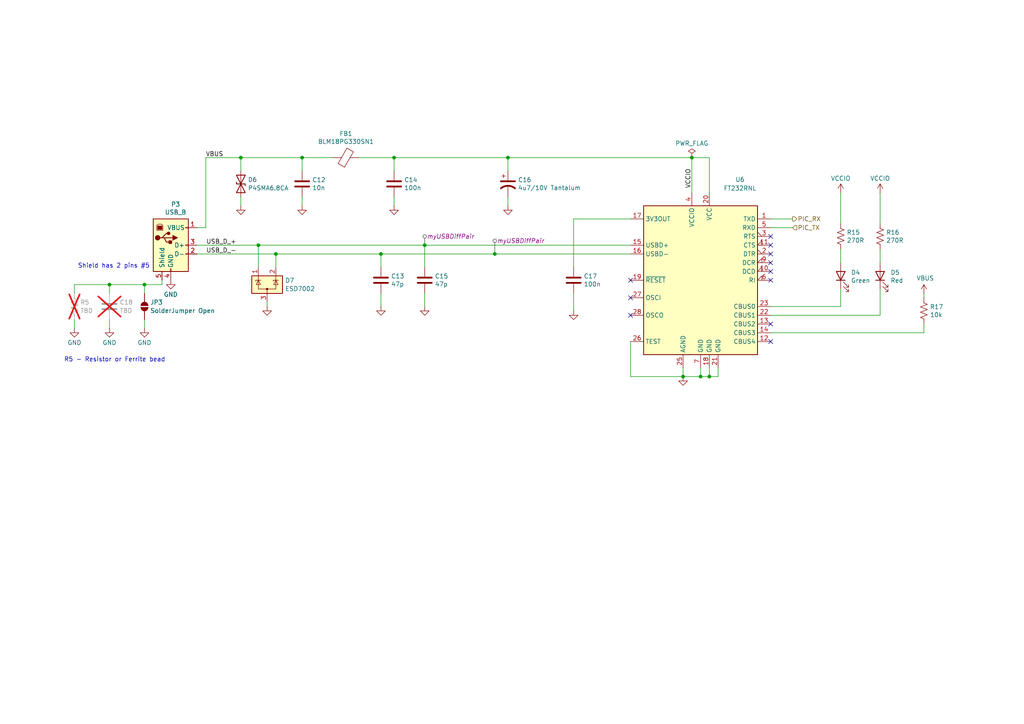
<source format=kicad_sch>
(kicad_sch
	(version 20250114)
	(generator "eeschema")
	(generator_version "9.0")
	(uuid "bfa423f6-d844-4bbf-9e9b-6276cfe387e6")
	(paper "A4")
	(title_block
		(title "USB")
		(company "University of Niš, Faculty of Electronic Engineering, Department of Microelectronics")
		(comment 1 "Product: Temperature Logger TL-01")
	)
	(lib_symbols
		(symbol "Connector:USB_B"
			(pin_names
				(offset 1.016)
			)
			(exclude_from_sim no)
			(in_bom yes)
			(on_board yes)
			(property "Reference" "J"
				(at -5.08 11.43 0)
				(effects
					(font
						(size 1.27 1.27)
					)
					(justify left)
				)
			)
			(property "Value" "USB_B"
				(at -5.08 8.89 0)
				(effects
					(font
						(size 1.27 1.27)
					)
					(justify left)
				)
			)
			(property "Footprint" ""
				(at 3.81 -1.27 0)
				(effects
					(font
						(size 1.27 1.27)
					)
					(hide yes)
				)
			)
			(property "Datasheet" "~"
				(at 3.81 -1.27 0)
				(effects
					(font
						(size 1.27 1.27)
					)
					(hide yes)
				)
			)
			(property "Description" "USB Type B connector"
				(at 0 0 0)
				(effects
					(font
						(size 1.27 1.27)
					)
					(hide yes)
				)
			)
			(property "ki_keywords" "connector USB"
				(at 0 0 0)
				(effects
					(font
						(size 1.27 1.27)
					)
					(hide yes)
				)
			)
			(property "ki_fp_filters" "USB*"
				(at 0 0 0)
				(effects
					(font
						(size 1.27 1.27)
					)
					(hide yes)
				)
			)
			(symbol "USB_B_0_1"
				(rectangle
					(start -5.08 -7.62)
					(end 5.08 7.62)
					(stroke
						(width 0.254)
						(type default)
					)
					(fill
						(type background)
					)
				)
				(polyline
					(pts
						(xy -4.064 4.318) (xy -2.286 4.318) (xy -2.286 5.715) (xy -2.667 6.096) (xy -3.683 6.096) (xy -4.064 5.715)
						(xy -4.064 4.318)
					)
					(stroke
						(width 0)
						(type default)
					)
					(fill
						(type none)
					)
				)
				(rectangle
					(start -3.81 5.588)
					(end -2.54 4.572)
					(stroke
						(width 0)
						(type default)
					)
					(fill
						(type outline)
					)
				)
				(circle
					(center -3.81 2.159)
					(radius 0.635)
					(stroke
						(width 0.254)
						(type default)
					)
					(fill
						(type outline)
					)
				)
				(polyline
					(pts
						(xy -3.175 2.159) (xy -2.54 2.159) (xy -1.27 3.429) (xy -0.635 3.429)
					)
					(stroke
						(width 0.254)
						(type default)
					)
					(fill
						(type none)
					)
				)
				(polyline
					(pts
						(xy -2.54 2.159) (xy -1.905 2.159) (xy -1.27 0.889) (xy 0 0.889)
					)
					(stroke
						(width 0.254)
						(type default)
					)
					(fill
						(type none)
					)
				)
				(polyline
					(pts
						(xy -1.905 2.159) (xy 0.635 2.159)
					)
					(stroke
						(width 0.254)
						(type default)
					)
					(fill
						(type none)
					)
				)
				(circle
					(center -0.635 3.429)
					(radius 0.381)
					(stroke
						(width 0.254)
						(type default)
					)
					(fill
						(type outline)
					)
				)
				(rectangle
					(start -0.127 -7.62)
					(end 0.127 -6.858)
					(stroke
						(width 0)
						(type default)
					)
					(fill
						(type none)
					)
				)
				(rectangle
					(start 0.254 1.27)
					(end -0.508 0.508)
					(stroke
						(width 0.254)
						(type default)
					)
					(fill
						(type outline)
					)
				)
				(polyline
					(pts
						(xy 0.635 2.794) (xy 0.635 1.524) (xy 1.905 2.159) (xy 0.635 2.794)
					)
					(stroke
						(width 0.254)
						(type default)
					)
					(fill
						(type outline)
					)
				)
				(rectangle
					(start 5.08 4.953)
					(end 4.318 5.207)
					(stroke
						(width 0)
						(type default)
					)
					(fill
						(type none)
					)
				)
				(rectangle
					(start 5.08 -0.127)
					(end 4.318 0.127)
					(stroke
						(width 0)
						(type default)
					)
					(fill
						(type none)
					)
				)
				(rectangle
					(start 5.08 -2.667)
					(end 4.318 -2.413)
					(stroke
						(width 0)
						(type default)
					)
					(fill
						(type none)
					)
				)
			)
			(symbol "USB_B_1_1"
				(pin passive line
					(at -2.54 -10.16 90)
					(length 2.54)
					(name "Shield"
						(effects
							(font
								(size 1.27 1.27)
							)
						)
					)
					(number "5"
						(effects
							(font
								(size 1.27 1.27)
							)
						)
					)
				)
				(pin power_out line
					(at 0 -10.16 90)
					(length 2.54)
					(name "GND"
						(effects
							(font
								(size 1.27 1.27)
							)
						)
					)
					(number "4"
						(effects
							(font
								(size 1.27 1.27)
							)
						)
					)
				)
				(pin power_out line
					(at 7.62 5.08 180)
					(length 2.54)
					(name "VBUS"
						(effects
							(font
								(size 1.27 1.27)
							)
						)
					)
					(number "1"
						(effects
							(font
								(size 1.27 1.27)
							)
						)
					)
				)
				(pin bidirectional line
					(at 7.62 0 180)
					(length 2.54)
					(name "D+"
						(effects
							(font
								(size 1.27 1.27)
							)
						)
					)
					(number "3"
						(effects
							(font
								(size 1.27 1.27)
							)
						)
					)
				)
				(pin bidirectional line
					(at 7.62 -2.54 180)
					(length 2.54)
					(name "D-"
						(effects
							(font
								(size 1.27 1.27)
							)
						)
					)
					(number "2"
						(effects
							(font
								(size 1.27 1.27)
							)
						)
					)
				)
			)
			(embedded_fonts no)
		)
		(symbol "Device:C"
			(pin_numbers
				(hide yes)
			)
			(pin_names
				(offset 0.254)
			)
			(exclude_from_sim no)
			(in_bom yes)
			(on_board yes)
			(property "Reference" "C"
				(at 0.635 2.54 0)
				(effects
					(font
						(size 1.27 1.27)
					)
					(justify left)
				)
			)
			(property "Value" "C"
				(at 0.635 -2.54 0)
				(effects
					(font
						(size 1.27 1.27)
					)
					(justify left)
				)
			)
			(property "Footprint" ""
				(at 0.9652 -3.81 0)
				(effects
					(font
						(size 1.27 1.27)
					)
					(hide yes)
				)
			)
			(property "Datasheet" "~"
				(at 0 0 0)
				(effects
					(font
						(size 1.27 1.27)
					)
					(hide yes)
				)
			)
			(property "Description" "Unpolarized capacitor"
				(at 0 0 0)
				(effects
					(font
						(size 1.27 1.27)
					)
					(hide yes)
				)
			)
			(property "ki_keywords" "cap capacitor"
				(at 0 0 0)
				(effects
					(font
						(size 1.27 1.27)
					)
					(hide yes)
				)
			)
			(property "ki_fp_filters" "C_*"
				(at 0 0 0)
				(effects
					(font
						(size 1.27 1.27)
					)
					(hide yes)
				)
			)
			(symbol "C_0_1"
				(polyline
					(pts
						(xy -2.032 0.762) (xy 2.032 0.762)
					)
					(stroke
						(width 0.508)
						(type default)
					)
					(fill
						(type none)
					)
				)
				(polyline
					(pts
						(xy -2.032 -0.762) (xy 2.032 -0.762)
					)
					(stroke
						(width 0.508)
						(type default)
					)
					(fill
						(type none)
					)
				)
			)
			(symbol "C_1_1"
				(pin passive line
					(at 0 3.81 270)
					(length 2.794)
					(name "~"
						(effects
							(font
								(size 1.27 1.27)
							)
						)
					)
					(number "1"
						(effects
							(font
								(size 1.27 1.27)
							)
						)
					)
				)
				(pin passive line
					(at 0 -3.81 90)
					(length 2.794)
					(name "~"
						(effects
							(font
								(size 1.27 1.27)
							)
						)
					)
					(number "2"
						(effects
							(font
								(size 1.27 1.27)
							)
						)
					)
				)
			)
			(embedded_fonts no)
		)
		(symbol "Device:C_Polarized_US"
			(pin_numbers
				(hide yes)
			)
			(pin_names
				(offset 0.254)
				(hide yes)
			)
			(exclude_from_sim no)
			(in_bom yes)
			(on_board yes)
			(property "Reference" "C"
				(at 0.635 2.54 0)
				(effects
					(font
						(size 1.27 1.27)
					)
					(justify left)
				)
			)
			(property "Value" "C_Polarized_US"
				(at 0.635 -2.54 0)
				(effects
					(font
						(size 1.27 1.27)
					)
					(justify left)
				)
			)
			(property "Footprint" ""
				(at 0 0 0)
				(effects
					(font
						(size 1.27 1.27)
					)
					(hide yes)
				)
			)
			(property "Datasheet" "~"
				(at 0 0 0)
				(effects
					(font
						(size 1.27 1.27)
					)
					(hide yes)
				)
			)
			(property "Description" "Polarized capacitor, US symbol"
				(at 0 0 0)
				(effects
					(font
						(size 1.27 1.27)
					)
					(hide yes)
				)
			)
			(property "ki_keywords" "cap capacitor"
				(at 0 0 0)
				(effects
					(font
						(size 1.27 1.27)
					)
					(hide yes)
				)
			)
			(property "ki_fp_filters" "CP_*"
				(at 0 0 0)
				(effects
					(font
						(size 1.27 1.27)
					)
					(hide yes)
				)
			)
			(symbol "C_Polarized_US_0_1"
				(polyline
					(pts
						(xy -2.032 0.762) (xy 2.032 0.762)
					)
					(stroke
						(width 0.508)
						(type default)
					)
					(fill
						(type none)
					)
				)
				(polyline
					(pts
						(xy -1.778 2.286) (xy -0.762 2.286)
					)
					(stroke
						(width 0)
						(type default)
					)
					(fill
						(type none)
					)
				)
				(polyline
					(pts
						(xy -1.27 1.778) (xy -1.27 2.794)
					)
					(stroke
						(width 0)
						(type default)
					)
					(fill
						(type none)
					)
				)
				(arc
					(start -2.032 -1.27)
					(mid 0 -0.5572)
					(end 2.032 -1.27)
					(stroke
						(width 0.508)
						(type default)
					)
					(fill
						(type none)
					)
				)
			)
			(symbol "C_Polarized_US_1_1"
				(pin passive line
					(at 0 3.81 270)
					(length 2.794)
					(name "~"
						(effects
							(font
								(size 1.27 1.27)
							)
						)
					)
					(number "1"
						(effects
							(font
								(size 1.27 1.27)
							)
						)
					)
				)
				(pin passive line
					(at 0 -3.81 90)
					(length 3.302)
					(name "~"
						(effects
							(font
								(size 1.27 1.27)
							)
						)
					)
					(number "2"
						(effects
							(font
								(size 1.27 1.27)
							)
						)
					)
				)
			)
			(embedded_fonts no)
		)
		(symbol "Device:D_TVS"
			(pin_numbers
				(hide yes)
			)
			(pin_names
				(offset 1.016)
				(hide yes)
			)
			(exclude_from_sim no)
			(in_bom yes)
			(on_board yes)
			(property "Reference" "D"
				(at 0 2.54 0)
				(effects
					(font
						(size 1.27 1.27)
					)
				)
			)
			(property "Value" "D_TVS"
				(at 0 -2.54 0)
				(effects
					(font
						(size 1.27 1.27)
					)
				)
			)
			(property "Footprint" ""
				(at 0 0 0)
				(effects
					(font
						(size 1.27 1.27)
					)
					(hide yes)
				)
			)
			(property "Datasheet" "~"
				(at 0 0 0)
				(effects
					(font
						(size 1.27 1.27)
					)
					(hide yes)
				)
			)
			(property "Description" "Bidirectional transient-voltage-suppression diode"
				(at 0 0 0)
				(effects
					(font
						(size 1.27 1.27)
					)
					(hide yes)
				)
			)
			(property "ki_keywords" "diode TVS thyrector"
				(at 0 0 0)
				(effects
					(font
						(size 1.27 1.27)
					)
					(hide yes)
				)
			)
			(property "ki_fp_filters" "TO-???* *_Diode_* *SingleDiode* D_*"
				(at 0 0 0)
				(effects
					(font
						(size 1.27 1.27)
					)
					(hide yes)
				)
			)
			(symbol "D_TVS_0_1"
				(polyline
					(pts
						(xy -2.54 1.27) (xy -2.54 -1.27) (xy 2.54 1.27) (xy 2.54 -1.27) (xy -2.54 1.27)
					)
					(stroke
						(width 0.254)
						(type default)
					)
					(fill
						(type none)
					)
				)
				(polyline
					(pts
						(xy 0.508 1.27) (xy 0 1.27) (xy 0 -1.27) (xy -0.508 -1.27)
					)
					(stroke
						(width 0.254)
						(type default)
					)
					(fill
						(type none)
					)
				)
				(polyline
					(pts
						(xy 1.27 0) (xy -1.27 0)
					)
					(stroke
						(width 0)
						(type default)
					)
					(fill
						(type none)
					)
				)
			)
			(symbol "D_TVS_1_1"
				(pin passive line
					(at -3.81 0 0)
					(length 2.54)
					(name "A1"
						(effects
							(font
								(size 1.27 1.27)
							)
						)
					)
					(number "1"
						(effects
							(font
								(size 1.27 1.27)
							)
						)
					)
				)
				(pin passive line
					(at 3.81 0 180)
					(length 2.54)
					(name "A2"
						(effects
							(font
								(size 1.27 1.27)
							)
						)
					)
					(number "2"
						(effects
							(font
								(size 1.27 1.27)
							)
						)
					)
				)
			)
			(embedded_fonts no)
		)
		(symbol "Device:FerriteBead"
			(pin_numbers
				(hide yes)
			)
			(pin_names
				(offset 0)
			)
			(exclude_from_sim no)
			(in_bom yes)
			(on_board yes)
			(property "Reference" "FB"
				(at -3.81 0.635 90)
				(effects
					(font
						(size 1.27 1.27)
					)
				)
			)
			(property "Value" "FerriteBead"
				(at 3.81 0 90)
				(effects
					(font
						(size 1.27 1.27)
					)
				)
			)
			(property "Footprint" ""
				(at -1.778 0 90)
				(effects
					(font
						(size 1.27 1.27)
					)
					(hide yes)
				)
			)
			(property "Datasheet" "~"
				(at 0 0 0)
				(effects
					(font
						(size 1.27 1.27)
					)
					(hide yes)
				)
			)
			(property "Description" "Ferrite bead"
				(at 0 0 0)
				(effects
					(font
						(size 1.27 1.27)
					)
					(hide yes)
				)
			)
			(property "ki_keywords" "L ferrite bead inductor filter"
				(at 0 0 0)
				(effects
					(font
						(size 1.27 1.27)
					)
					(hide yes)
				)
			)
			(property "ki_fp_filters" "Inductor_* L_* *Ferrite*"
				(at 0 0 0)
				(effects
					(font
						(size 1.27 1.27)
					)
					(hide yes)
				)
			)
			(symbol "FerriteBead_0_1"
				(polyline
					(pts
						(xy -2.7686 0.4064) (xy -1.7018 2.2606) (xy 2.7686 -0.3048) (xy 1.6764 -2.159) (xy -2.7686 0.4064)
					)
					(stroke
						(width 0)
						(type default)
					)
					(fill
						(type none)
					)
				)
				(polyline
					(pts
						(xy 0 1.27) (xy 0 1.2954)
					)
					(stroke
						(width 0)
						(type default)
					)
					(fill
						(type none)
					)
				)
				(polyline
					(pts
						(xy 0 -1.27) (xy 0 -1.2192)
					)
					(stroke
						(width 0)
						(type default)
					)
					(fill
						(type none)
					)
				)
			)
			(symbol "FerriteBead_1_1"
				(pin passive line
					(at 0 3.81 270)
					(length 2.54)
					(name "~"
						(effects
							(font
								(size 1.27 1.27)
							)
						)
					)
					(number "1"
						(effects
							(font
								(size 1.27 1.27)
							)
						)
					)
				)
				(pin passive line
					(at 0 -3.81 90)
					(length 2.54)
					(name "~"
						(effects
							(font
								(size 1.27 1.27)
							)
						)
					)
					(number "2"
						(effects
							(font
								(size 1.27 1.27)
							)
						)
					)
				)
			)
			(embedded_fonts no)
		)
		(symbol "Device:LED"
			(pin_numbers
				(hide yes)
			)
			(pin_names
				(offset 1.016)
				(hide yes)
			)
			(exclude_from_sim no)
			(in_bom yes)
			(on_board yes)
			(property "Reference" "D"
				(at 0 2.54 0)
				(effects
					(font
						(size 1.27 1.27)
					)
				)
			)
			(property "Value" "LED"
				(at 0 -2.54 0)
				(effects
					(font
						(size 1.27 1.27)
					)
				)
			)
			(property "Footprint" ""
				(at 0 0 0)
				(effects
					(font
						(size 1.27 1.27)
					)
					(hide yes)
				)
			)
			(property "Datasheet" "~"
				(at 0 0 0)
				(effects
					(font
						(size 1.27 1.27)
					)
					(hide yes)
				)
			)
			(property "Description" "Light emitting diode"
				(at 0 0 0)
				(effects
					(font
						(size 1.27 1.27)
					)
					(hide yes)
				)
			)
			(property "Sim.Pins" "1=K 2=A"
				(at 0 0 0)
				(effects
					(font
						(size 1.27 1.27)
					)
					(hide yes)
				)
			)
			(property "ki_keywords" "LED diode"
				(at 0 0 0)
				(effects
					(font
						(size 1.27 1.27)
					)
					(hide yes)
				)
			)
			(property "ki_fp_filters" "LED* LED_SMD:* LED_THT:*"
				(at 0 0 0)
				(effects
					(font
						(size 1.27 1.27)
					)
					(hide yes)
				)
			)
			(symbol "LED_0_1"
				(polyline
					(pts
						(xy -3.048 -0.762) (xy -4.572 -2.286) (xy -3.81 -2.286) (xy -4.572 -2.286) (xy -4.572 -1.524)
					)
					(stroke
						(width 0)
						(type default)
					)
					(fill
						(type none)
					)
				)
				(polyline
					(pts
						(xy -1.778 -0.762) (xy -3.302 -2.286) (xy -2.54 -2.286) (xy -3.302 -2.286) (xy -3.302 -1.524)
					)
					(stroke
						(width 0)
						(type default)
					)
					(fill
						(type none)
					)
				)
				(polyline
					(pts
						(xy -1.27 0) (xy 1.27 0)
					)
					(stroke
						(width 0)
						(type default)
					)
					(fill
						(type none)
					)
				)
				(polyline
					(pts
						(xy -1.27 -1.27) (xy -1.27 1.27)
					)
					(stroke
						(width 0.254)
						(type default)
					)
					(fill
						(type none)
					)
				)
				(polyline
					(pts
						(xy 1.27 -1.27) (xy 1.27 1.27) (xy -1.27 0) (xy 1.27 -1.27)
					)
					(stroke
						(width 0.254)
						(type default)
					)
					(fill
						(type none)
					)
				)
			)
			(symbol "LED_1_1"
				(pin passive line
					(at -3.81 0 0)
					(length 2.54)
					(name "K"
						(effects
							(font
								(size 1.27 1.27)
							)
						)
					)
					(number "1"
						(effects
							(font
								(size 1.27 1.27)
							)
						)
					)
				)
				(pin passive line
					(at 3.81 0 180)
					(length 2.54)
					(name "A"
						(effects
							(font
								(size 1.27 1.27)
							)
						)
					)
					(number "2"
						(effects
							(font
								(size 1.27 1.27)
							)
						)
					)
				)
			)
			(embedded_fonts no)
		)
		(symbol "Device:R_US"
			(pin_numbers
				(hide yes)
			)
			(pin_names
				(offset 0)
			)
			(exclude_from_sim no)
			(in_bom yes)
			(on_board yes)
			(property "Reference" "R"
				(at 2.54 0 90)
				(effects
					(font
						(size 1.27 1.27)
					)
				)
			)
			(property "Value" "R_US"
				(at -2.54 0 90)
				(effects
					(font
						(size 1.27 1.27)
					)
				)
			)
			(property "Footprint" ""
				(at 1.016 -0.254 90)
				(effects
					(font
						(size 1.27 1.27)
					)
					(hide yes)
				)
			)
			(property "Datasheet" "~"
				(at 0 0 0)
				(effects
					(font
						(size 1.27 1.27)
					)
					(hide yes)
				)
			)
			(property "Description" "Resistor, US symbol"
				(at 0 0 0)
				(effects
					(font
						(size 1.27 1.27)
					)
					(hide yes)
				)
			)
			(property "ki_keywords" "R res resistor"
				(at 0 0 0)
				(effects
					(font
						(size 1.27 1.27)
					)
					(hide yes)
				)
			)
			(property "ki_fp_filters" "R_*"
				(at 0 0 0)
				(effects
					(font
						(size 1.27 1.27)
					)
					(hide yes)
				)
			)
			(symbol "R_US_0_1"
				(polyline
					(pts
						(xy 0 2.286) (xy 0 2.54)
					)
					(stroke
						(width 0)
						(type default)
					)
					(fill
						(type none)
					)
				)
				(polyline
					(pts
						(xy 0 2.286) (xy 1.016 1.905) (xy 0 1.524) (xy -1.016 1.143) (xy 0 0.762)
					)
					(stroke
						(width 0)
						(type default)
					)
					(fill
						(type none)
					)
				)
				(polyline
					(pts
						(xy 0 0.762) (xy 1.016 0.381) (xy 0 0) (xy -1.016 -0.381) (xy 0 -0.762)
					)
					(stroke
						(width 0)
						(type default)
					)
					(fill
						(type none)
					)
				)
				(polyline
					(pts
						(xy 0 -0.762) (xy 1.016 -1.143) (xy 0 -1.524) (xy -1.016 -1.905) (xy 0 -2.286)
					)
					(stroke
						(width 0)
						(type default)
					)
					(fill
						(type none)
					)
				)
				(polyline
					(pts
						(xy 0 -2.286) (xy 0 -2.54)
					)
					(stroke
						(width 0)
						(type default)
					)
					(fill
						(type none)
					)
				)
			)
			(symbol "R_US_1_1"
				(pin passive line
					(at 0 3.81 270)
					(length 1.27)
					(name "~"
						(effects
							(font
								(size 1.27 1.27)
							)
						)
					)
					(number "1"
						(effects
							(font
								(size 1.27 1.27)
							)
						)
					)
				)
				(pin passive line
					(at 0 -3.81 90)
					(length 1.27)
					(name "~"
						(effects
							(font
								(size 1.27 1.27)
							)
						)
					)
					(number "2"
						(effects
							(font
								(size 1.27 1.27)
							)
						)
					)
				)
			)
			(embedded_fonts no)
		)
		(symbol "Interface_USB:FT232RL"
			(exclude_from_sim no)
			(in_bom yes)
			(on_board yes)
			(property "Reference" "U"
				(at -16.51 22.86 0)
				(effects
					(font
						(size 1.27 1.27)
					)
					(justify left)
				)
			)
			(property "Value" "FT232RL"
				(at 10.16 22.86 0)
				(effects
					(font
						(size 1.27 1.27)
					)
					(justify left)
				)
			)
			(property "Footprint" "Package_SO:SSOP-28_5.3x10.2mm_P0.65mm"
				(at 27.94 -22.86 0)
				(effects
					(font
						(size 1.27 1.27)
					)
					(hide yes)
				)
			)
			(property "Datasheet" "https://www.ftdichip.com/Support/Documents/DataSheets/ICs/DS_FT232R.pdf"
				(at 0 0 0)
				(effects
					(font
						(size 1.27 1.27)
					)
					(hide yes)
				)
			)
			(property "Description" "USB to Serial Interface, SSOP-28"
				(at 0 0 0)
				(effects
					(font
						(size 1.27 1.27)
					)
					(hide yes)
				)
			)
			(property "ki_keywords" "FTDI USB Serial"
				(at 0 0 0)
				(effects
					(font
						(size 1.27 1.27)
					)
					(hide yes)
				)
			)
			(property "ki_fp_filters" "SSOP*5.3x10.2mm*P0.65mm*"
				(at 0 0 0)
				(effects
					(font
						(size 1.27 1.27)
					)
					(hide yes)
				)
			)
			(symbol "FT232RL_0_1"
				(rectangle
					(start -16.51 21.59)
					(end 16.51 -21.59)
					(stroke
						(width 0.254)
						(type default)
					)
					(fill
						(type background)
					)
				)
			)
			(symbol "FT232RL_1_1"
				(pin power_out line
					(at -20.32 17.78 0)
					(length 3.81)
					(name "3V3OUT"
						(effects
							(font
								(size 1.27 1.27)
							)
						)
					)
					(number "17"
						(effects
							(font
								(size 1.27 1.27)
							)
						)
					)
				)
				(pin bidirectional line
					(at -20.32 10.16 0)
					(length 3.81)
					(name "USBD+"
						(effects
							(font
								(size 1.27 1.27)
							)
						)
					)
					(number "15"
						(effects
							(font
								(size 1.27 1.27)
							)
						)
					)
				)
				(pin bidirectional line
					(at -20.32 7.62 0)
					(length 3.81)
					(name "USBD-"
						(effects
							(font
								(size 1.27 1.27)
							)
						)
					)
					(number "16"
						(effects
							(font
								(size 1.27 1.27)
							)
						)
					)
				)
				(pin input line
					(at -20.32 0 0)
					(length 3.81)
					(name "~{RESET}"
						(effects
							(font
								(size 1.27 1.27)
							)
						)
					)
					(number "19"
						(effects
							(font
								(size 1.27 1.27)
							)
						)
					)
				)
				(pin input line
					(at -20.32 -5.08 0)
					(length 3.81)
					(name "OSCI"
						(effects
							(font
								(size 1.27 1.27)
							)
						)
					)
					(number "27"
						(effects
							(font
								(size 1.27 1.27)
							)
						)
					)
				)
				(pin output line
					(at -20.32 -10.16 0)
					(length 3.81)
					(name "OSCO"
						(effects
							(font
								(size 1.27 1.27)
							)
						)
					)
					(number "28"
						(effects
							(font
								(size 1.27 1.27)
							)
						)
					)
				)
				(pin input line
					(at -20.32 -17.78 0)
					(length 3.81)
					(name "TEST"
						(effects
							(font
								(size 1.27 1.27)
							)
						)
					)
					(number "26"
						(effects
							(font
								(size 1.27 1.27)
							)
						)
					)
				)
				(pin power_in line
					(at -5.08 -25.4 90)
					(length 3.81)
					(name "AGND"
						(effects
							(font
								(size 1.27 1.27)
							)
						)
					)
					(number "25"
						(effects
							(font
								(size 1.27 1.27)
							)
						)
					)
				)
				(pin power_in line
					(at -2.54 25.4 270)
					(length 3.81)
					(name "VCCIO"
						(effects
							(font
								(size 1.27 1.27)
							)
						)
					)
					(number "4"
						(effects
							(font
								(size 1.27 1.27)
							)
						)
					)
				)
				(pin power_in line
					(at 0 -25.4 90)
					(length 3.81)
					(name "GND"
						(effects
							(font
								(size 1.27 1.27)
							)
						)
					)
					(number "7"
						(effects
							(font
								(size 1.27 1.27)
							)
						)
					)
				)
				(pin power_in line
					(at 2.54 25.4 270)
					(length 3.81)
					(name "VCC"
						(effects
							(font
								(size 1.27 1.27)
							)
						)
					)
					(number "20"
						(effects
							(font
								(size 1.27 1.27)
							)
						)
					)
				)
				(pin power_in line
					(at 2.54 -25.4 90)
					(length 3.81)
					(name "GND"
						(effects
							(font
								(size 1.27 1.27)
							)
						)
					)
					(number "18"
						(effects
							(font
								(size 1.27 1.27)
							)
						)
					)
				)
				(pin power_in line
					(at 5.08 -25.4 90)
					(length 3.81)
					(name "GND"
						(effects
							(font
								(size 1.27 1.27)
							)
						)
					)
					(number "21"
						(effects
							(font
								(size 1.27 1.27)
							)
						)
					)
				)
				(pin output line
					(at 20.32 17.78 180)
					(length 3.81)
					(name "TXD"
						(effects
							(font
								(size 1.27 1.27)
							)
						)
					)
					(number "1"
						(effects
							(font
								(size 1.27 1.27)
							)
						)
					)
				)
				(pin input line
					(at 20.32 15.24 180)
					(length 3.81)
					(name "RXD"
						(effects
							(font
								(size 1.27 1.27)
							)
						)
					)
					(number "5"
						(effects
							(font
								(size 1.27 1.27)
							)
						)
					)
				)
				(pin output output_low
					(at 20.32 12.7 180)
					(length 3.81)
					(name "RTS"
						(effects
							(font
								(size 1.27 1.27)
							)
						)
					)
					(number "3"
						(effects
							(font
								(size 1.27 1.27)
							)
						)
					)
				)
				(pin input input_low
					(at 20.32 10.16 180)
					(length 3.81)
					(name "CTS"
						(effects
							(font
								(size 1.27 1.27)
							)
						)
					)
					(number "11"
						(effects
							(font
								(size 1.27 1.27)
							)
						)
					)
				)
				(pin output output_low
					(at 20.32 7.62 180)
					(length 3.81)
					(name "DTR"
						(effects
							(font
								(size 1.27 1.27)
							)
						)
					)
					(number "2"
						(effects
							(font
								(size 1.27 1.27)
							)
						)
					)
				)
				(pin input input_low
					(at 20.32 5.08 180)
					(length 3.81)
					(name "DCR"
						(effects
							(font
								(size 1.27 1.27)
							)
						)
					)
					(number "9"
						(effects
							(font
								(size 1.27 1.27)
							)
						)
					)
				)
				(pin input input_low
					(at 20.32 2.54 180)
					(length 3.81)
					(name "DCD"
						(effects
							(font
								(size 1.27 1.27)
							)
						)
					)
					(number "10"
						(effects
							(font
								(size 1.27 1.27)
							)
						)
					)
				)
				(pin input input_low
					(at 20.32 0 180)
					(length 3.81)
					(name "RI"
						(effects
							(font
								(size 1.27 1.27)
							)
						)
					)
					(number "6"
						(effects
							(font
								(size 1.27 1.27)
							)
						)
					)
				)
				(pin bidirectional line
					(at 20.32 -7.62 180)
					(length 3.81)
					(name "CBUS0"
						(effects
							(font
								(size 1.27 1.27)
							)
						)
					)
					(number "23"
						(effects
							(font
								(size 1.27 1.27)
							)
						)
					)
				)
				(pin bidirectional line
					(at 20.32 -10.16 180)
					(length 3.81)
					(name "CBUS1"
						(effects
							(font
								(size 1.27 1.27)
							)
						)
					)
					(number "22"
						(effects
							(font
								(size 1.27 1.27)
							)
						)
					)
				)
				(pin bidirectional line
					(at 20.32 -12.7 180)
					(length 3.81)
					(name "CBUS2"
						(effects
							(font
								(size 1.27 1.27)
							)
						)
					)
					(number "13"
						(effects
							(font
								(size 1.27 1.27)
							)
						)
					)
				)
				(pin bidirectional line
					(at 20.32 -15.24 180)
					(length 3.81)
					(name "CBUS3"
						(effects
							(font
								(size 1.27 1.27)
							)
						)
					)
					(number "14"
						(effects
							(font
								(size 1.27 1.27)
							)
						)
					)
				)
				(pin bidirectional line
					(at 20.32 -17.78 180)
					(length 3.81)
					(name "CBUS4"
						(effects
							(font
								(size 1.27 1.27)
							)
						)
					)
					(number "12"
						(effects
							(font
								(size 1.27 1.27)
							)
						)
					)
				)
			)
			(embedded_fonts no)
		)
		(symbol "Jumper:SolderJumper_2_Open"
			(pin_numbers
				(hide yes)
			)
			(pin_names
				(offset 0)
				(hide yes)
			)
			(exclude_from_sim yes)
			(in_bom no)
			(on_board yes)
			(property "Reference" "JP"
				(at 0 2.032 0)
				(effects
					(font
						(size 1.27 1.27)
					)
				)
			)
			(property "Value" "SolderJumper_2_Open"
				(at 0 -2.54 0)
				(effects
					(font
						(size 1.27 1.27)
					)
				)
			)
			(property "Footprint" ""
				(at 0 0 0)
				(effects
					(font
						(size 1.27 1.27)
					)
					(hide yes)
				)
			)
			(property "Datasheet" "~"
				(at 0 0 0)
				(effects
					(font
						(size 1.27 1.27)
					)
					(hide yes)
				)
			)
			(property "Description" "Solder Jumper, 2-pole, open"
				(at 0 0 0)
				(effects
					(font
						(size 1.27 1.27)
					)
					(hide yes)
				)
			)
			(property "ki_keywords" "solder jumper SPST"
				(at 0 0 0)
				(effects
					(font
						(size 1.27 1.27)
					)
					(hide yes)
				)
			)
			(property "ki_fp_filters" "SolderJumper*Open*"
				(at 0 0 0)
				(effects
					(font
						(size 1.27 1.27)
					)
					(hide yes)
				)
			)
			(symbol "SolderJumper_2_Open_0_1"
				(polyline
					(pts
						(xy -0.254 1.016) (xy -0.254 -1.016)
					)
					(stroke
						(width 0)
						(type default)
					)
					(fill
						(type none)
					)
				)
				(arc
					(start -0.254 -1.016)
					(mid -1.2656 0)
					(end -0.254 1.016)
					(stroke
						(width 0)
						(type default)
					)
					(fill
						(type none)
					)
				)
				(arc
					(start -0.254 -1.016)
					(mid -1.2656 0)
					(end -0.254 1.016)
					(stroke
						(width 0)
						(type default)
					)
					(fill
						(type outline)
					)
				)
				(arc
					(start 0.254 1.016)
					(mid 1.2656 0)
					(end 0.254 -1.016)
					(stroke
						(width 0)
						(type default)
					)
					(fill
						(type none)
					)
				)
				(arc
					(start 0.254 1.016)
					(mid 1.2656 0)
					(end 0.254 -1.016)
					(stroke
						(width 0)
						(type default)
					)
					(fill
						(type outline)
					)
				)
				(polyline
					(pts
						(xy 0.254 1.016) (xy 0.254 -1.016)
					)
					(stroke
						(width 0)
						(type default)
					)
					(fill
						(type none)
					)
				)
			)
			(symbol "SolderJumper_2_Open_1_1"
				(pin passive line
					(at -3.81 0 0)
					(length 2.54)
					(name "A"
						(effects
							(font
								(size 1.27 1.27)
							)
						)
					)
					(number "1"
						(effects
							(font
								(size 1.27 1.27)
							)
						)
					)
				)
				(pin passive line
					(at 3.81 0 180)
					(length 2.54)
					(name "B"
						(effects
							(font
								(size 1.27 1.27)
							)
						)
					)
					(number "2"
						(effects
							(font
								(size 1.27 1.27)
							)
						)
					)
				)
			)
			(embedded_fonts no)
		)
		(symbol "LED_1"
			(pin_numbers
				(hide yes)
			)
			(pin_names
				(offset 1.016)
				(hide yes)
			)
			(exclude_from_sim no)
			(in_bom yes)
			(on_board yes)
			(property "Reference" "D"
				(at 0 2.54 0)
				(effects
					(font
						(size 1.27 1.27)
					)
				)
			)
			(property "Value" "LED"
				(at 0 -2.54 0)
				(effects
					(font
						(size 1.27 1.27)
					)
				)
			)
			(property "Footprint" ""
				(at 0 0 0)
				(effects
					(font
						(size 1.27 1.27)
					)
					(hide yes)
				)
			)
			(property "Datasheet" "~"
				(at 0 0 0)
				(effects
					(font
						(size 1.27 1.27)
					)
					(hide yes)
				)
			)
			(property "Description" "Light emitting diode"
				(at 0 0 0)
				(effects
					(font
						(size 1.27 1.27)
					)
					(hide yes)
				)
			)
			(property "Sim.Pins" "1=K 2=A"
				(at 0 0 0)
				(effects
					(font
						(size 1.27 1.27)
					)
					(hide yes)
				)
			)
			(property "ki_keywords" "LED diode"
				(at 0 0 0)
				(effects
					(font
						(size 1.27 1.27)
					)
					(hide yes)
				)
			)
			(property "ki_fp_filters" "LED* LED_SMD:* LED_THT:*"
				(at 0 0 0)
				(effects
					(font
						(size 1.27 1.27)
					)
					(hide yes)
				)
			)
			(symbol "LED_1_0_1"
				(polyline
					(pts
						(xy -3.048 -0.762) (xy -4.572 -2.286) (xy -3.81 -2.286) (xy -4.572 -2.286) (xy -4.572 -1.524)
					)
					(stroke
						(width 0)
						(type default)
					)
					(fill
						(type none)
					)
				)
				(polyline
					(pts
						(xy -1.778 -0.762) (xy -3.302 -2.286) (xy -2.54 -2.286) (xy -3.302 -2.286) (xy -3.302 -1.524)
					)
					(stroke
						(width 0)
						(type default)
					)
					(fill
						(type none)
					)
				)
				(polyline
					(pts
						(xy -1.27 0) (xy 1.27 0)
					)
					(stroke
						(width 0)
						(type default)
					)
					(fill
						(type none)
					)
				)
				(polyline
					(pts
						(xy -1.27 -1.27) (xy -1.27 1.27)
					)
					(stroke
						(width 0.254)
						(type default)
					)
					(fill
						(type none)
					)
				)
				(polyline
					(pts
						(xy 1.27 -1.27) (xy 1.27 1.27) (xy -1.27 0) (xy 1.27 -1.27)
					)
					(stroke
						(width 0.254)
						(type default)
					)
					(fill
						(type none)
					)
				)
			)
			(symbol "LED_1_1_1"
				(pin passive line
					(at -3.81 0 0)
					(length 2.54)
					(name "K"
						(effects
							(font
								(size 1.27 1.27)
							)
						)
					)
					(number "1"
						(effects
							(font
								(size 1.27 1.27)
							)
						)
					)
				)
				(pin passive line
					(at 3.81 0 180)
					(length 2.54)
					(name "A"
						(effects
							(font
								(size 1.27 1.27)
							)
						)
					)
					(number "2"
						(effects
							(font
								(size 1.27 1.27)
							)
						)
					)
				)
			)
			(embedded_fonts no)
		)
		(symbol "Power_Protection:SP0502BAHT"
			(pin_names
				(hide yes)
			)
			(exclude_from_sim no)
			(in_bom yes)
			(on_board yes)
			(property "Reference" "D"
				(at 5.715 2.54 0)
				(effects
					(font
						(size 1.27 1.27)
					)
					(justify left)
				)
			)
			(property "Value" "SP0502BAHT"
				(at 5.715 0.635 0)
				(effects
					(font
						(size 1.27 1.27)
					)
					(justify left)
				)
			)
			(property "Footprint" "Package_TO_SOT_SMD:SOT-23"
				(at 5.715 -1.27 0)
				(effects
					(font
						(size 1.27 1.27)
					)
					(justify left)
					(hide yes)
				)
			)
			(property "Datasheet" "http://www.littelfuse.com/~/media/files/littelfuse/technical%20resources/documents/data%20sheets/sp05xxba.pdf"
				(at 3.175 3.175 0)
				(effects
					(font
						(size 1.27 1.27)
					)
					(hide yes)
				)
			)
			(property "Description" "TVS Diode Array, 5.5V Standoff, 2 Channels, SOT-23 package"
				(at 0 0 0)
				(effects
					(font
						(size 1.27 1.27)
					)
					(hide yes)
				)
			)
			(property "ki_keywords" "usb esd protection suppression transient"
				(at 0 0 0)
				(effects
					(font
						(size 1.27 1.27)
					)
					(hide yes)
				)
			)
			(property "ki_fp_filters" "SOT?23*"
				(at 0 0 0)
				(effects
					(font
						(size 1.27 1.27)
					)
					(hide yes)
				)
			)
			(symbol "SP0502BAHT_0_0"
				(pin passive line
					(at 0 -5.08 90)
					(length 2.54)
					(name "A"
						(effects
							(font
								(size 1.27 1.27)
							)
						)
					)
					(number "3"
						(effects
							(font
								(size 1.27 1.27)
							)
						)
					)
				)
			)
			(symbol "SP0502BAHT_0_1"
				(rectangle
					(start -4.445 2.54)
					(end 4.445 -2.54)
					(stroke
						(width 0.254)
						(type default)
					)
					(fill
						(type background)
					)
				)
				(polyline
					(pts
						(xy -3.302 1.016) (xy -3.302 1.27) (xy -1.905 1.27) (xy -1.778 1.27)
					)
					(stroke
						(width 0)
						(type default)
					)
					(fill
						(type none)
					)
				)
				(polyline
					(pts
						(xy -2.54 2.54) (xy -2.54 1.27)
					)
					(stroke
						(width 0)
						(type default)
					)
					(fill
						(type none)
					)
				)
				(polyline
					(pts
						(xy -2.54 1.27) (xy -2.54 -1.27) (xy 2.54 -1.27) (xy 2.54 1.27)
					)
					(stroke
						(width 0)
						(type default)
					)
					(fill
						(type none)
					)
				)
				(polyline
					(pts
						(xy -2.54 1.27) (xy -1.905 0) (xy -3.175 0) (xy -2.54 1.27)
					)
					(stroke
						(width 0)
						(type default)
					)
					(fill
						(type none)
					)
				)
				(polyline
					(pts
						(xy 0 -1.27) (xy 0 -2.54)
					)
					(stroke
						(width 0)
						(type default)
					)
					(fill
						(type none)
					)
				)
				(circle
					(center 0 -1.27)
					(radius 0.254)
					(stroke
						(width 0)
						(type default)
					)
					(fill
						(type outline)
					)
				)
				(polyline
					(pts
						(xy 1.778 1.016) (xy 1.778 1.27) (xy 3.175 1.27) (xy 3.302 1.27)
					)
					(stroke
						(width 0)
						(type default)
					)
					(fill
						(type none)
					)
				)
				(polyline
					(pts
						(xy 2.54 2.54) (xy 2.54 1.27)
					)
					(stroke
						(width 0)
						(type default)
					)
					(fill
						(type none)
					)
				)
				(polyline
					(pts
						(xy 2.54 1.27) (xy 1.905 0) (xy 3.175 0) (xy 2.54 1.27)
					)
					(stroke
						(width 0)
						(type default)
					)
					(fill
						(type none)
					)
				)
			)
			(symbol "SP0502BAHT_1_1"
				(pin passive line
					(at -2.54 5.08 270)
					(length 2.54)
					(name "K"
						(effects
							(font
								(size 1.27 1.27)
							)
						)
					)
					(number "1"
						(effects
							(font
								(size 1.27 1.27)
							)
						)
					)
				)
				(pin passive line
					(at 2.54 5.08 270)
					(length 2.54)
					(name "K"
						(effects
							(font
								(size 1.27 1.27)
							)
						)
					)
					(number "2"
						(effects
							(font
								(size 1.27 1.27)
							)
						)
					)
				)
			)
			(embedded_fonts no)
		)
		(symbol "power:GND"
			(power)
			(pin_numbers
				(hide yes)
			)
			(pin_names
				(offset 0)
				(hide yes)
			)
			(exclude_from_sim no)
			(in_bom yes)
			(on_board yes)
			(property "Reference" "#PWR"
				(at 0 -6.35 0)
				(effects
					(font
						(size 1.27 1.27)
					)
					(hide yes)
				)
			)
			(property "Value" "GND"
				(at 0 -3.81 0)
				(effects
					(font
						(size 1.27 1.27)
					)
				)
			)
			(property "Footprint" ""
				(at 0 0 0)
				(effects
					(font
						(size 1.27 1.27)
					)
					(hide yes)
				)
			)
			(property "Datasheet" ""
				(at 0 0 0)
				(effects
					(font
						(size 1.27 1.27)
					)
					(hide yes)
				)
			)
			(property "Description" "Power symbol creates a global label with name \"GND\" , ground"
				(at 0 0 0)
				(effects
					(font
						(size 1.27 1.27)
					)
					(hide yes)
				)
			)
			(property "ki_keywords" "global power"
				(at 0 0 0)
				(effects
					(font
						(size 1.27 1.27)
					)
					(hide yes)
				)
			)
			(symbol "GND_0_1"
				(polyline
					(pts
						(xy 0 0) (xy 0 -1.27) (xy 1.27 -1.27) (xy 0 -2.54) (xy -1.27 -1.27) (xy 0 -1.27)
					)
					(stroke
						(width 0)
						(type default)
					)
					(fill
						(type none)
					)
				)
			)
			(symbol "GND_1_1"
				(pin power_in line
					(at 0 0 270)
					(length 0)
					(name "~"
						(effects
							(font
								(size 1.27 1.27)
							)
						)
					)
					(number "1"
						(effects
							(font
								(size 1.27 1.27)
							)
						)
					)
				)
			)
			(embedded_fonts no)
		)
		(symbol "power:PWR_FLAG"
			(power)
			(pin_numbers
				(hide yes)
			)
			(pin_names
				(offset 0)
				(hide yes)
			)
			(exclude_from_sim no)
			(in_bom yes)
			(on_board yes)
			(property "Reference" "#FLG"
				(at 0 1.905 0)
				(effects
					(font
						(size 1.27 1.27)
					)
					(hide yes)
				)
			)
			(property "Value" "PWR_FLAG"
				(at 0 3.81 0)
				(effects
					(font
						(size 1.27 1.27)
					)
				)
			)
			(property "Footprint" ""
				(at 0 0 0)
				(effects
					(font
						(size 1.27 1.27)
					)
					(hide yes)
				)
			)
			(property "Datasheet" "~"
				(at 0 0 0)
				(effects
					(font
						(size 1.27 1.27)
					)
					(hide yes)
				)
			)
			(property "Description" "Special symbol for telling ERC where power comes from"
				(at 0 0 0)
				(effects
					(font
						(size 1.27 1.27)
					)
					(hide yes)
				)
			)
			(property "ki_keywords" "flag power"
				(at 0 0 0)
				(effects
					(font
						(size 1.27 1.27)
					)
					(hide yes)
				)
			)
			(symbol "PWR_FLAG_0_0"
				(pin power_out line
					(at 0 0 90)
					(length 0)
					(name "~"
						(effects
							(font
								(size 1.27 1.27)
							)
						)
					)
					(number "1"
						(effects
							(font
								(size 1.27 1.27)
							)
						)
					)
				)
			)
			(symbol "PWR_FLAG_0_1"
				(polyline
					(pts
						(xy 0 0) (xy 0 1.27) (xy -1.016 1.905) (xy 0 2.54) (xy 1.016 1.905) (xy 0 1.27)
					)
					(stroke
						(width 0)
						(type default)
					)
					(fill
						(type none)
					)
				)
			)
			(embedded_fonts no)
		)
		(symbol "power:VBUS"
			(power)
			(pin_numbers
				(hide yes)
			)
			(pin_names
				(offset 0)
				(hide yes)
			)
			(exclude_from_sim no)
			(in_bom yes)
			(on_board yes)
			(property "Reference" "#PWR"
				(at 0 -3.81 0)
				(effects
					(font
						(size 1.27 1.27)
					)
					(hide yes)
				)
			)
			(property "Value" "VBUS"
				(at 0 3.556 0)
				(effects
					(font
						(size 1.27 1.27)
					)
				)
			)
			(property "Footprint" ""
				(at 0 0 0)
				(effects
					(font
						(size 1.27 1.27)
					)
					(hide yes)
				)
			)
			(property "Datasheet" ""
				(at 0 0 0)
				(effects
					(font
						(size 1.27 1.27)
					)
					(hide yes)
				)
			)
			(property "Description" "Power symbol creates a global label with name \"VBUS\""
				(at 0 0 0)
				(effects
					(font
						(size 1.27 1.27)
					)
					(hide yes)
				)
			)
			(property "ki_keywords" "global power"
				(at 0 0 0)
				(effects
					(font
						(size 1.27 1.27)
					)
					(hide yes)
				)
			)
			(symbol "VBUS_0_1"
				(polyline
					(pts
						(xy -0.762 1.27) (xy 0 2.54)
					)
					(stroke
						(width 0)
						(type default)
					)
					(fill
						(type none)
					)
				)
				(polyline
					(pts
						(xy 0 2.54) (xy 0.762 1.27)
					)
					(stroke
						(width 0)
						(type default)
					)
					(fill
						(type none)
					)
				)
				(polyline
					(pts
						(xy 0 0) (xy 0 2.54)
					)
					(stroke
						(width 0)
						(type default)
					)
					(fill
						(type none)
					)
				)
			)
			(symbol "VBUS_1_1"
				(pin power_in line
					(at 0 0 90)
					(length 0)
					(name "~"
						(effects
							(font
								(size 1.27 1.27)
							)
						)
					)
					(number "1"
						(effects
							(font
								(size 1.27 1.27)
							)
						)
					)
				)
			)
			(embedded_fonts no)
		)
		(symbol "power:VCC"
			(power)
			(pin_numbers
				(hide yes)
			)
			(pin_names
				(offset 0)
				(hide yes)
			)
			(exclude_from_sim no)
			(in_bom yes)
			(on_board yes)
			(property "Reference" "#PWR"
				(at 0 -3.81 0)
				(effects
					(font
						(size 1.27 1.27)
					)
					(hide yes)
				)
			)
			(property "Value" "VCC"
				(at 0 3.556 0)
				(effects
					(font
						(size 1.27 1.27)
					)
				)
			)
			(property "Footprint" ""
				(at 0 0 0)
				(effects
					(font
						(size 1.27 1.27)
					)
					(hide yes)
				)
			)
			(property "Datasheet" ""
				(at 0 0 0)
				(effects
					(font
						(size 1.27 1.27)
					)
					(hide yes)
				)
			)
			(property "Description" "Power symbol creates a global label with name \"VCC\""
				(at 0 0 0)
				(effects
					(font
						(size 1.27 1.27)
					)
					(hide yes)
				)
			)
			(property "ki_keywords" "global power"
				(at 0 0 0)
				(effects
					(font
						(size 1.27 1.27)
					)
					(hide yes)
				)
			)
			(symbol "VCC_0_1"
				(polyline
					(pts
						(xy -0.762 1.27) (xy 0 2.54)
					)
					(stroke
						(width 0)
						(type default)
					)
					(fill
						(type none)
					)
				)
				(polyline
					(pts
						(xy 0 2.54) (xy 0.762 1.27)
					)
					(stroke
						(width 0)
						(type default)
					)
					(fill
						(type none)
					)
				)
				(polyline
					(pts
						(xy 0 0) (xy 0 2.54)
					)
					(stroke
						(width 0)
						(type default)
					)
					(fill
						(type none)
					)
				)
			)
			(symbol "VCC_1_1"
				(pin power_in line
					(at 0 0 90)
					(length 0)
					(name "~"
						(effects
							(font
								(size 1.27 1.27)
							)
						)
					)
					(number "1"
						(effects
							(font
								(size 1.27 1.27)
							)
						)
					)
				)
			)
			(embedded_fonts no)
		)
	)
	(text "Shield has 2 pins #5"
		(exclude_from_sim no)
		(at 33.02 77.216 0)
		(effects
			(font
				(size 1.27 1.27)
			)
		)
		(uuid "d92e0403-098b-449b-9a25-f37f6bd1395b")
	)
	(text "R5 - Resistor or Ferrite bead"
		(exclude_from_sim no)
		(at 33.274 104.394 0)
		(effects
			(font
				(size 1.27 1.27)
			)
		)
		(uuid "e3e6e74d-0cd2-48dc-8583-042c04994688")
	)
	(junction
		(at 198.12 109.22)
		(diameter 0)
		(color 0 0 0 0)
		(uuid "0b495fd0-7981-4cbf-8b18-6d8e441318c4")
	)
	(junction
		(at 41.91 82.55)
		(diameter 0)
		(color 0 0 0 0)
		(uuid "12891328-f556-4f01-95f5-d72afcea1413")
	)
	(junction
		(at 143.51 73.66)
		(diameter 0)
		(color 0 0 0 0)
		(uuid "1777aa21-286f-461a-82c7-709132e7d1db")
	)
	(junction
		(at 80.01 73.66)
		(diameter 0)
		(color 0 0 0 0)
		(uuid "195490e3-dd98-4abd-9489-6ed866f9954a")
	)
	(junction
		(at 205.74 109.22)
		(diameter 0)
		(color 0 0 0 0)
		(uuid "1dd7e823-ec1b-494f-978e-d32bf62d8f83")
	)
	(junction
		(at 69.85 45.72)
		(diameter 0)
		(color 0 0 0 0)
		(uuid "2bcd2658-51a5-4288-8d0a-a79336ad8472")
	)
	(junction
		(at 123.19 71.12)
		(diameter 0)
		(color 0 0 0 0)
		(uuid "48e9f6d0-cfe1-4cf9-987d-5478b30ed5f6")
	)
	(junction
		(at 87.63 45.72)
		(diameter 0)
		(color 0 0 0 0)
		(uuid "753dadfc-68b8-40d6-8118-911c70a1db80")
	)
	(junction
		(at 200.66 45.72)
		(diameter 0)
		(color 0 0 0 0)
		(uuid "90e51bb6-660e-4edd-a2b8-bbc2db57e2a4")
	)
	(junction
		(at 203.2 109.22)
		(diameter 0)
		(color 0 0 0 0)
		(uuid "929caf44-8be1-40ec-9459-427ff3206147")
	)
	(junction
		(at 110.49 73.66)
		(diameter 0)
		(color 0 0 0 0)
		(uuid "98abac0f-0538-4b1f-a5fc-8ccfcbd72b5f")
	)
	(junction
		(at 147.32 45.72)
		(diameter 0)
		(color 0 0 0 0)
		(uuid "acce7978-265f-48bf-8ff5-ba904e4a1943")
	)
	(junction
		(at 31.75 82.55)
		(diameter 0)
		(color 0 0 0 0)
		(uuid "ba25d4fa-b134-4b05-830c-59ea06ffb529")
	)
	(junction
		(at 74.93 71.12)
		(diameter 0)
		(color 0 0 0 0)
		(uuid "d196f5f6-07bd-4b7a-96a7-f8bfdd46f71b")
	)
	(junction
		(at 114.3 45.72)
		(diameter 0)
		(color 0 0 0 0)
		(uuid "e3c65c04-7027-41dc-b19e-c72927534ce7")
	)
	(no_connect
		(at 182.88 86.36)
		(uuid "234cf232-8491-4413-bc19-926cea21c0c1")
	)
	(no_connect
		(at 182.88 91.44)
		(uuid "5a4a8862-fcc2-47bc-9be1-3803c441be90")
	)
	(no_connect
		(at 223.52 73.66)
		(uuid "6b3a783d-e0de-4927-b960-41f3c0950d76")
	)
	(no_connect
		(at 223.52 81.28)
		(uuid "a5016194-9219-4201-999a-1ecc69957e18")
	)
	(no_connect
		(at 223.52 93.98)
		(uuid "b2c135c7-72fc-4790-850c-9b894ae641e9")
	)
	(no_connect
		(at 223.52 78.74)
		(uuid "b773df3f-c3a9-4b51-9424-48401f1f2975")
	)
	(no_connect
		(at 223.52 68.58)
		(uuid "b918115a-ccbe-4648-8f9c-3dedfada6b9a")
	)
	(no_connect
		(at 223.52 71.12)
		(uuid "ba9c08fc-758f-41ee-9d83-63b347468dc2")
	)
	(no_connect
		(at 223.52 76.2)
		(uuid "da127ee8-d4d5-4ab7-a952-62fa11960ae4")
	)
	(no_connect
		(at 223.52 99.06)
		(uuid "f2f04ed2-10eb-475a-85e2-f8105ebf4c31")
	)
	(no_connect
		(at 182.88 81.28)
		(uuid "fda18dee-9a6d-4c63-bd10-28254aee326b")
	)
	(wire
		(pts
			(xy 69.85 57.15) (xy 69.85 59.69)
		)
		(stroke
			(width 0)
			(type default)
		)
		(uuid "0a3f3e5e-c2fe-48ab-a0e8-40672c57a4c4")
	)
	(wire
		(pts
			(xy 223.52 63.5) (xy 229.87 63.5)
		)
		(stroke
			(width 0)
			(type default)
		)
		(uuid "0cebcc9a-ff97-4ebf-b67a-6987e3a959af")
	)
	(wire
		(pts
			(xy 87.63 57.15) (xy 87.63 59.69)
		)
		(stroke
			(width 0)
			(type default)
		)
		(uuid "0d37d4ba-b54c-4449-a2e5-3061e5776bfe")
	)
	(wire
		(pts
			(xy 57.15 73.66) (xy 80.01 73.66)
		)
		(stroke
			(width 0)
			(type default)
		)
		(uuid "0e957e68-7637-45d4-935e-69ff731eef33")
	)
	(wire
		(pts
			(xy 143.51 73.66) (xy 110.49 73.66)
		)
		(stroke
			(width 0)
			(type default)
		)
		(uuid "14d2d562-9a95-444b-99eb-677310c95b61")
	)
	(wire
		(pts
			(xy 74.93 71.12) (xy 123.19 71.12)
		)
		(stroke
			(width 0)
			(type default)
		)
		(uuid "162b7977-31fe-46f2-b6f9-86fc9e93d18e")
	)
	(wire
		(pts
			(xy 166.37 85.09) (xy 166.37 90.17)
		)
		(stroke
			(width 0)
			(type default)
		)
		(uuid "1974fe8e-b8b0-45d0-b11d-d858e5c76c86")
	)
	(wire
		(pts
			(xy 205.74 106.68) (xy 205.74 109.22)
		)
		(stroke
			(width 0)
			(type default)
		)
		(uuid "1b9e35e2-21bc-4b72-9653-c0238a82293c")
	)
	(wire
		(pts
			(xy 69.85 45.72) (xy 87.63 45.72)
		)
		(stroke
			(width 0)
			(type default)
		)
		(uuid "1c466c0c-9525-4028-b4b6-50c54dacda65")
	)
	(wire
		(pts
			(xy 203.2 106.68) (xy 203.2 109.22)
		)
		(stroke
			(width 0)
			(type default)
		)
		(uuid "1e4137fe-6157-4abe-8a1f-7c8cad53613d")
	)
	(wire
		(pts
			(xy 243.84 55.88) (xy 243.84 64.77)
		)
		(stroke
			(width 0)
			(type default)
		)
		(uuid "213ecfd3-6f4e-4796-9186-8258a2ce4060")
	)
	(wire
		(pts
			(xy 104.14 45.72) (xy 114.3 45.72)
		)
		(stroke
			(width 0)
			(type default)
		)
		(uuid "234a572b-9da2-47a1-9631-9524086a4a3b")
	)
	(wire
		(pts
			(xy 255.27 55.88) (xy 255.27 64.77)
		)
		(stroke
			(width 0)
			(type default)
		)
		(uuid "23fae6c6-bb97-4603-b531-24c3a6651d49")
	)
	(wire
		(pts
			(xy 200.66 45.72) (xy 200.66 55.88)
		)
		(stroke
			(width 0)
			(type default)
		)
		(uuid "278bef64-a00d-45a4-b8bf-a796f469c959")
	)
	(wire
		(pts
			(xy 267.97 93.98) (xy 267.97 96.52)
		)
		(stroke
			(width 0)
			(type default)
		)
		(uuid "2fd76387-3209-4c1c-bf8c-d1f66ffaaf7d")
	)
	(wire
		(pts
			(xy 57.15 66.04) (xy 59.69 66.04)
		)
		(stroke
			(width 0)
			(type default)
		)
		(uuid "39973c3d-a82c-470a-81ea-1a682d09d2c4")
	)
	(wire
		(pts
			(xy 166.37 63.5) (xy 166.37 77.47)
		)
		(stroke
			(width 0)
			(type default)
		)
		(uuid "411431fc-fc7c-43b9-b406-b5d437c7fd45")
	)
	(wire
		(pts
			(xy 182.88 99.06) (xy 182.88 109.22)
		)
		(stroke
			(width 0)
			(type default)
		)
		(uuid "42322b7b-254b-4c89-83fe-ce41e30336da")
	)
	(wire
		(pts
			(xy 41.91 82.55) (xy 41.91 85.09)
		)
		(stroke
			(width 0)
			(type default)
		)
		(uuid "48d9d7df-02bb-43df-b3f6-90f87502a550")
	)
	(wire
		(pts
			(xy 21.59 92.71) (xy 21.59 95.25)
		)
		(stroke
			(width 0)
			(type default)
		)
		(uuid "493b21c7-fcc2-42b8-8416-4e34a3d0b6b3")
	)
	(wire
		(pts
			(xy 41.91 82.55) (xy 46.99 82.55)
		)
		(stroke
			(width 0)
			(type default)
		)
		(uuid "4e5bfae4-293f-47be-936f-a047ecfd69bd")
	)
	(wire
		(pts
			(xy 110.49 85.09) (xy 110.49 88.9)
		)
		(stroke
			(width 0)
			(type default)
		)
		(uuid "55864c9f-ad4d-4a71-8dc4-3966a73ddc71")
	)
	(wire
		(pts
			(xy 123.19 77.47) (xy 123.19 71.12)
		)
		(stroke
			(width 0)
			(type default)
		)
		(uuid "5cd53df0-a186-40f8-97fc-d02a9280f1e8")
	)
	(wire
		(pts
			(xy 31.75 82.55) (xy 41.91 82.55)
		)
		(stroke
			(width 0)
			(type default)
		)
		(uuid "5de15785-f35a-4e82-b430-67b231e81114")
	)
	(wire
		(pts
			(xy 110.49 77.47) (xy 110.49 73.66)
		)
		(stroke
			(width 0)
			(type default)
		)
		(uuid "5f049ee9-290d-435a-b3ed-55f5b64cd79e")
	)
	(wire
		(pts
			(xy 57.15 71.12) (xy 74.93 71.12)
		)
		(stroke
			(width 0)
			(type default)
		)
		(uuid "6086dc26-1118-42bb-a25d-e07211305940")
	)
	(wire
		(pts
			(xy 147.32 57.15) (xy 147.32 59.69)
		)
		(stroke
			(width 0)
			(type default)
		)
		(uuid "6a1f4652-1098-49cb-8f9c-418c770b8911")
	)
	(wire
		(pts
			(xy 229.87 66.04) (xy 223.52 66.04)
		)
		(stroke
			(width 0)
			(type default)
		)
		(uuid "6a50bb3a-24cf-4b05-b299-482cf73cba09")
	)
	(wire
		(pts
			(xy 74.93 71.12) (xy 74.93 77.47)
		)
		(stroke
			(width 0)
			(type default)
		)
		(uuid "6e01b475-2558-4930-88aa-76fd466cbe40")
	)
	(wire
		(pts
			(xy 31.75 85.09) (xy 31.75 82.55)
		)
		(stroke
			(width 0)
			(type default)
		)
		(uuid "6f2bbd4a-4f6e-4b5e-ac6c-09849a3f326f")
	)
	(wire
		(pts
			(xy 87.63 49.53) (xy 87.63 45.72)
		)
		(stroke
			(width 0)
			(type default)
		)
		(uuid "757a2969-51fe-43d7-aa66-5ee6a490f8fd")
	)
	(wire
		(pts
			(xy 223.52 91.44) (xy 255.27 91.44)
		)
		(stroke
			(width 0)
			(type default)
		)
		(uuid "76de70a8-f389-461e-ab54-43fe946ea26f")
	)
	(wire
		(pts
			(xy 182.88 63.5) (xy 166.37 63.5)
		)
		(stroke
			(width 0)
			(type default)
		)
		(uuid "78422c2e-d66b-47a8-ab55-c641e0fc9236")
	)
	(wire
		(pts
			(xy 208.28 109.22) (xy 208.28 106.68)
		)
		(stroke
			(width 0)
			(type default)
		)
		(uuid "7fc19905-4ae4-4fca-932c-f0b7dd92dd5f")
	)
	(wire
		(pts
			(xy 59.69 45.72) (xy 69.85 45.72)
		)
		(stroke
			(width 0)
			(type default)
		)
		(uuid "833c1dd3-3a96-442c-99ac-2c9f04e987f9")
	)
	(wire
		(pts
			(xy 123.19 71.12) (xy 182.88 71.12)
		)
		(stroke
			(width 0)
			(type default)
		)
		(uuid "914d651c-01f5-4808-bbe1-9cbcaa047b73")
	)
	(wire
		(pts
			(xy 41.91 92.71) (xy 41.91 95.25)
		)
		(stroke
			(width 0)
			(type default)
		)
		(uuid "998498cb-d32c-429c-841a-510fb9465341")
	)
	(wire
		(pts
			(xy 114.3 49.53) (xy 114.3 45.72)
		)
		(stroke
			(width 0)
			(type default)
		)
		(uuid "9c5b67e3-9477-40bf-9767-943eeb41b22a")
	)
	(wire
		(pts
			(xy 80.01 73.66) (xy 80.01 77.47)
		)
		(stroke
			(width 0)
			(type default)
		)
		(uuid "9d021070-cdb2-4a21-9946-f6d5d054bf27")
	)
	(wire
		(pts
			(xy 198.12 109.22) (xy 198.12 106.68)
		)
		(stroke
			(width 0)
			(type default)
		)
		(uuid "9ff0700e-9be0-4e49-baa2-c9905a7d39c6")
	)
	(wire
		(pts
			(xy 59.69 45.72) (xy 59.69 66.04)
		)
		(stroke
			(width 0)
			(type default)
		)
		(uuid "a230d86b-6e86-4f7a-b2d6-b114e392c9c0")
	)
	(wire
		(pts
			(xy 182.88 73.66) (xy 143.51 73.66)
		)
		(stroke
			(width 0)
			(type default)
		)
		(uuid "a72b59d0-2965-456a-ac6e-84cdd16a9886")
	)
	(wire
		(pts
			(xy 114.3 45.72) (xy 147.32 45.72)
		)
		(stroke
			(width 0)
			(type default)
		)
		(uuid "a834f5a7-6335-4dcb-bdc8-b060e2dc4e8b")
	)
	(wire
		(pts
			(xy 123.19 85.09) (xy 123.19 88.9)
		)
		(stroke
			(width 0)
			(type default)
		)
		(uuid "abcf1bf2-7079-43b2-bfc7-9244d5865705")
	)
	(wire
		(pts
			(xy 205.74 109.22) (xy 208.28 109.22)
		)
		(stroke
			(width 0)
			(type default)
		)
		(uuid "ac92803a-fb6a-4e67-b1f5-d46c9a52f287")
	)
	(wire
		(pts
			(xy 31.75 82.55) (xy 21.59 82.55)
		)
		(stroke
			(width 0)
			(type default)
		)
		(uuid "b02708cd-2df9-42e6-9c96-a97d1b24d938")
	)
	(wire
		(pts
			(xy 21.59 82.55) (xy 21.59 85.09)
		)
		(stroke
			(width 0)
			(type default)
		)
		(uuid "b7891f53-f9c4-44a5-9a7d-43ee58212340")
	)
	(wire
		(pts
			(xy 243.84 72.39) (xy 243.84 76.2)
		)
		(stroke
			(width 0)
			(type default)
		)
		(uuid "b939636f-8f89-4a52-8653-d2b88c46fb00")
	)
	(wire
		(pts
			(xy 80.01 73.66) (xy 110.49 73.66)
		)
		(stroke
			(width 0)
			(type default)
		)
		(uuid "bcf13257-ca9e-4483-81f6-f966a44d36c6")
	)
	(wire
		(pts
			(xy 77.47 87.63) (xy 77.47 88.9)
		)
		(stroke
			(width 0)
			(type default)
		)
		(uuid "be9b27f6-241b-427c-aff2-5c6c2309d848")
	)
	(wire
		(pts
			(xy 147.32 45.72) (xy 200.66 45.72)
		)
		(stroke
			(width 0)
			(type default)
		)
		(uuid "bf2e7964-ceff-475f-80b6-11f41e047402")
	)
	(wire
		(pts
			(xy 223.52 96.52) (xy 267.97 96.52)
		)
		(stroke
			(width 0)
			(type default)
		)
		(uuid "ca304545-39b6-44b5-bede-fe65e14e1baf")
	)
	(wire
		(pts
			(xy 255.27 91.44) (xy 255.27 83.82)
		)
		(stroke
			(width 0)
			(type default)
		)
		(uuid "cca60f52-e8fc-43b1-a5ed-8bbaa7af130b")
	)
	(wire
		(pts
			(xy 243.84 88.9) (xy 223.52 88.9)
		)
		(stroke
			(width 0)
			(type default)
		)
		(uuid "ce34b7e2-f4b4-49f5-87ff-e92175e606e4")
	)
	(wire
		(pts
			(xy 143.51 72.39) (xy 143.51 73.66)
		)
		(stroke
			(width 0)
			(type default)
		)
		(uuid "d62165ed-ac73-46b1-ae51-4b98a6a1b193")
	)
	(wire
		(pts
			(xy 31.75 92.71) (xy 31.75 95.25)
		)
		(stroke
			(width 0)
			(type default)
		)
		(uuid "d6c98df1-a728-4186-b58f-74f83504cce8")
	)
	(wire
		(pts
			(xy 182.88 109.22) (xy 198.12 109.22)
		)
		(stroke
			(width 0)
			(type default)
		)
		(uuid "d6e64339-f3cb-455f-893a-9c7f5dd008a2")
	)
	(wire
		(pts
			(xy 205.74 45.72) (xy 205.74 55.88)
		)
		(stroke
			(width 0)
			(type default)
		)
		(uuid "d88b916e-8a39-4220-baa6-a0f8fbf3d265")
	)
	(wire
		(pts
			(xy 203.2 109.22) (xy 198.12 109.22)
		)
		(stroke
			(width 0)
			(type default)
		)
		(uuid "dda1d753-5fb1-47c3-a15f-18a67d9d6558")
	)
	(wire
		(pts
			(xy 255.27 72.39) (xy 255.27 76.2)
		)
		(stroke
			(width 0)
			(type default)
		)
		(uuid "e89cbd97-d393-4d63-93c2-3b17faaa591d")
	)
	(wire
		(pts
			(xy 147.32 49.53) (xy 147.32 45.72)
		)
		(stroke
			(width 0)
			(type default)
		)
		(uuid "ed0dc948-cc89-4d40-bb35-aa300d933e8e")
	)
	(wire
		(pts
			(xy 267.97 85.09) (xy 267.97 86.36)
		)
		(stroke
			(width 0)
			(type default)
		)
		(uuid "efb070de-98c2-4acf-9c7a-894517c6010f")
	)
	(wire
		(pts
			(xy 114.3 57.15) (xy 114.3 59.69)
		)
		(stroke
			(width 0)
			(type default)
		)
		(uuid "f10a731c-93a0-430a-bae9-6a0af259dbad")
	)
	(wire
		(pts
			(xy 46.99 82.55) (xy 46.99 81.28)
		)
		(stroke
			(width 0)
			(type default)
		)
		(uuid "f16bc36c-9816-4e3a-9f18-10a1a8924f2e")
	)
	(wire
		(pts
			(xy 69.85 45.72) (xy 69.85 49.53)
		)
		(stroke
			(width 0)
			(type default)
		)
		(uuid "f66c221a-55f9-4f9e-b4e2-73785f16e301")
	)
	(wire
		(pts
			(xy 243.84 83.82) (xy 243.84 88.9)
		)
		(stroke
			(width 0)
			(type default)
		)
		(uuid "f69e7b20-a87f-4118-a768-ca5b39d25f9e")
	)
	(wire
		(pts
			(xy 203.2 109.22) (xy 205.74 109.22)
		)
		(stroke
			(width 0)
			(type default)
		)
		(uuid "f7231c34-4943-41d9-9e19-9a948327aed7")
	)
	(wire
		(pts
			(xy 200.66 45.72) (xy 205.74 45.72)
		)
		(stroke
			(width 0)
			(type default)
		)
		(uuid "f9e4acce-c3d6-4ef7-bcd5-4cec6bd014b6")
	)
	(wire
		(pts
			(xy 87.63 45.72) (xy 96.52 45.72)
		)
		(stroke
			(width 0)
			(type default)
		)
		(uuid "fda9d38d-82e5-42b6-97c9-187f6b1b13b7")
	)
	(label "VBUS"
		(at 64.77 45.72 180)
		(effects
			(font
				(size 1.27 1.27)
			)
			(justify right bottom)
		)
		(uuid "3fa68acd-8a0e-4922-9949-0891f6c02a4f")
	)
	(label "USB_D_-"
		(at 68.58 73.66 180)
		(effects
			(font
				(size 1.27 1.27)
			)
			(justify right bottom)
		)
		(uuid "729f6879-b7f3-47eb-855a-b3ec0f6034a8")
	)
	(label "VCCIO"
		(at 200.66 54.61 90)
		(effects
			(font
				(size 1.27 1.27)
			)
			(justify left bottom)
		)
		(uuid "e3fae8f8-9dcc-451f-9de6-76c82c5e0b02")
	)
	(label "USB_D_+"
		(at 68.58 71.12 180)
		(effects
			(font
				(size 1.27 1.27)
			)
			(justify right bottom)
		)
		(uuid "e98d110d-4f20-4587-b630-67ade8615b46")
	)
	(hierarchical_label "PIC_TX"
		(shape input)
		(at 229.87 66.04 0)
		(effects
			(font
				(size 1.27 1.27)
			)
			(justify left)
		)
		(uuid "01775e66-1e21-4cf8-99b2-efa30b1e114e")
	)
	(hierarchical_label "PIC_RX"
		(shape output)
		(at 229.87 63.5 0)
		(effects
			(font
				(size 1.27 1.27)
			)
			(justify left)
		)
		(uuid "125b1e33-e45d-4fd6-9a05-dc59eb815b3c")
	)
	(netclass_flag ""
		(length 2.54)
		(shape round)
		(at 143.51 72.39 0)
		(effects
			(font
				(size 1.27 1.27)
			)
			(justify left bottom)
		)
		(uuid "c52da040-0821-49b4-904f-02bf6b6b317d")
		(property "Netclass" "myUSBDiffPair"
			(at 144.1196 69.85 0)
			(effects
				(font
					(size 1.27 1.27)
					(italic yes)
				)
				(justify left)
			)
		)
	)
	(netclass_flag ""
		(length 2.54)
		(shape round)
		(at 123.19 71.12 0)
		(fields_autoplaced yes)
		(effects
			(font
				(size 1.27 1.27)
			)
			(justify left bottom)
		)
		(uuid "d9a7a3b7-57f0-4fb6-b67e-23e7a4edc6a4")
		(property "Netclass" "myUSBDiffPair"
			(at 123.7996 68.58 0)
			(effects
				(font
					(size 1.27 1.27)
					(italic yes)
				)
				(justify left)
			)
		)
	)
	(symbol
		(lib_id "power:GND")
		(at 21.59 95.25 0)
		(unit 1)
		(exclude_from_sim no)
		(in_bom yes)
		(on_board yes)
		(dnp no)
		(fields_autoplaced yes)
		(uuid "0491796b-2cf8-452f-9edd-b4f4517a8934")
		(property "Reference" "#PWR048"
			(at 21.59 101.6 0)
			(effects
				(font
					(size 1.27 1.27)
				)
				(hide yes)
			)
		)
		(property "Value" "GND"
			(at 21.59 99.3831 0)
			(effects
				(font
					(size 1.27 1.27)
				)
			)
		)
		(property "Footprint" ""
			(at 21.59 95.25 0)
			(effects
				(font
					(size 1.27 1.27)
				)
				(hide yes)
			)
		)
		(property "Datasheet" ""
			(at 21.59 95.25 0)
			(effects
				(font
					(size 1.27 1.27)
				)
				(hide yes)
			)
		)
		(property "Description" "Power symbol creates a global label with name \"GND\" , ground"
			(at 21.59 95.25 0)
			(effects
				(font
					(size 1.27 1.27)
				)
				(hide yes)
			)
		)
		(property "Farnell" ""
			(at 21.59 95.25 0)
			(effects
				(font
					(size 1.27 1.27)
				)
				(hide yes)
			)
		)
		(pin "1"
			(uuid "05fb6d42-f0a8-4425-978e-13f3854b0c96")
		)
		(instances
			(project "TempLogger"
				(path "/d80f364b-0c02-433d-bceb-20d725667097/273300c6-f8d8-4d09-838d-26feed2155c4"
					(reference "#PWR048")
					(unit 1)
				)
			)
		)
	)
	(symbol
		(lib_id "power:GND")
		(at 123.19 88.9 0)
		(unit 1)
		(exclude_from_sim no)
		(in_bom yes)
		(on_board yes)
		(dnp no)
		(fields_autoplaced yes)
		(uuid "0b647de4-8dba-4905-97f7-8ceb4ded1408")
		(property "Reference" "#PWR044"
			(at 123.19 95.25 0)
			(effects
				(font
					(size 1.27 1.27)
				)
				(hide yes)
			)
		)
		(property "Value" "GND"
			(at 123.19 93.0331 0)
			(effects
				(font
					(size 1.27 1.27)
				)
				(hide yes)
			)
		)
		(property "Footprint" ""
			(at 123.19 88.9 0)
			(effects
				(font
					(size 1.27 1.27)
				)
				(hide yes)
			)
		)
		(property "Datasheet" ""
			(at 123.19 88.9 0)
			(effects
				(font
					(size 1.27 1.27)
				)
				(hide yes)
			)
		)
		(property "Description" "Power symbol creates a global label with name \"GND\" , ground"
			(at 123.19 88.9 0)
			(effects
				(font
					(size 1.27 1.27)
				)
				(hide yes)
			)
		)
		(property "Farnell" ""
			(at 123.19 88.9 0)
			(effects
				(font
					(size 1.27 1.27)
				)
				(hide yes)
			)
		)
		(pin "1"
			(uuid "81b5a42d-3f74-4839-a161-2ebadd771bfc")
		)
		(instances
			(project "TempLogger"
				(path "/d80f364b-0c02-433d-bceb-20d725667097/273300c6-f8d8-4d09-838d-26feed2155c4"
					(reference "#PWR044")
					(unit 1)
				)
			)
		)
	)
	(symbol
		(lib_id "power:GND")
		(at 114.3 59.69 0)
		(unit 1)
		(exclude_from_sim no)
		(in_bom yes)
		(on_board yes)
		(dnp no)
		(fields_autoplaced yes)
		(uuid "0ece65c1-ecb3-4fc1-ba19-a13d65dd7017")
		(property "Reference" "#PWR041"
			(at 114.3 66.04 0)
			(effects
				(font
					(size 1.27 1.27)
				)
				(hide yes)
			)
		)
		(property "Value" "GND"
			(at 114.3 63.8231 0)
			(effects
				(font
					(size 1.27 1.27)
				)
				(hide yes)
			)
		)
		(property "Footprint" ""
			(at 114.3 59.69 0)
			(effects
				(font
					(size 1.27 1.27)
				)
				(hide yes)
			)
		)
		(property "Datasheet" ""
			(at 114.3 59.69 0)
			(effects
				(font
					(size 1.27 1.27)
				)
				(hide yes)
			)
		)
		(property "Description" "Power symbol creates a global label with name \"GND\" , ground"
			(at 114.3 59.69 0)
			(effects
				(font
					(size 1.27 1.27)
				)
				(hide yes)
			)
		)
		(property "Farnell" ""
			(at 114.3 59.69 0)
			(effects
				(font
					(size 1.27 1.27)
				)
				(hide yes)
			)
		)
		(pin "1"
			(uuid "9870ddc9-4d16-4bfd-86de-29694fc9194d")
		)
		(instances
			(project "TempLogger"
				(path "/d80f364b-0c02-433d-bceb-20d725667097/273300c6-f8d8-4d09-838d-26feed2155c4"
					(reference "#PWR041")
					(unit 1)
				)
			)
		)
	)
	(symbol
		(lib_id "power:GND")
		(at 41.91 95.25 0)
		(unit 1)
		(exclude_from_sim no)
		(in_bom yes)
		(on_board yes)
		(dnp no)
		(fields_autoplaced yes)
		(uuid "118a08f1-3039-4739-94e5-d05db642a924")
		(property "Reference" "#PWR049"
			(at 41.91 101.6 0)
			(effects
				(font
					(size 1.27 1.27)
				)
				(hide yes)
			)
		)
		(property "Value" "GND"
			(at 41.91 99.3831 0)
			(effects
				(font
					(size 1.27 1.27)
				)
			)
		)
		(property "Footprint" ""
			(at 41.91 95.25 0)
			(effects
				(font
					(size 1.27 1.27)
				)
				(hide yes)
			)
		)
		(property "Datasheet" ""
			(at 41.91 95.25 0)
			(effects
				(font
					(size 1.27 1.27)
				)
				(hide yes)
			)
		)
		(property "Description" "Power symbol creates a global label with name \"GND\" , ground"
			(at 41.91 95.25 0)
			(effects
				(font
					(size 1.27 1.27)
				)
				(hide yes)
			)
		)
		(property "Farnell" ""
			(at 41.91 95.25 0)
			(effects
				(font
					(size 1.27 1.27)
				)
				(hide yes)
			)
		)
		(pin "1"
			(uuid "443939d1-cc98-4b04-a27c-d3f4b638eb69")
		)
		(instances
			(project "TempLogger"
				(path "/d80f364b-0c02-433d-bceb-20d725667097/273300c6-f8d8-4d09-838d-26feed2155c4"
					(reference "#PWR049")
					(unit 1)
				)
			)
		)
	)
	(symbol
		(lib_id "Device:C")
		(at 166.37 81.28 0)
		(unit 1)
		(exclude_from_sim no)
		(in_bom yes)
		(on_board yes)
		(dnp no)
		(uuid "14b5e8ea-0a44-48f4-b135-264c3f1a8965")
		(property "Reference" "C17"
			(at 169.291 80.1116 0)
			(effects
				(font
					(size 1.27 1.27)
				)
				(justify left)
			)
		)
		(property "Value" "100n"
			(at 169.291 82.423 0)
			(effects
				(font
					(size 1.27 1.27)
				)
				(justify left)
			)
		)
		(property "Footprint" "Capacitor_SMD:C_0805_2012Metric"
			(at 167.3352 85.09 0)
			(effects
				(font
					(size 1.27 1.27)
				)
				(hide yes)
			)
		)
		(property "Datasheet" "~"
			(at 166.37 81.28 0)
			(effects
				(font
					(size 1.27 1.27)
				)
				(hide yes)
			)
		)
		(property "Description" "Unpolarized capacitor"
			(at 166.37 81.28 0)
			(effects
				(font
					(size 1.27 1.27)
				)
				(hide yes)
			)
		)
		(property "Farnell" "1740673"
			(at 166.37 81.28 0)
			(effects
				(font
					(size 1.27 1.27)
				)
				(hide yes)
			)
		)
		(pin "1"
			(uuid "0391705c-9a06-4ed9-8604-94cedc6271ce")
		)
		(pin "2"
			(uuid "f8ef7170-a7dc-4eba-8d7c-ba437d385cc7")
		)
		(instances
			(project "TempLogger"
				(path "/d80f364b-0c02-433d-bceb-20d725667097/273300c6-f8d8-4d09-838d-26feed2155c4"
					(reference "C17")
					(unit 1)
				)
			)
		)
	)
	(symbol
		(lib_id "power:VCC")
		(at 255.27 55.88 0)
		(unit 1)
		(exclude_from_sim no)
		(in_bom yes)
		(on_board yes)
		(dnp no)
		(fields_autoplaced yes)
		(uuid "19357aec-5c32-4b50-943e-112924269f0c")
		(property "Reference" "#PWR056"
			(at 255.27 59.69 0)
			(effects
				(font
					(size 1.27 1.27)
				)
				(hide yes)
			)
		)
		(property "Value" "VCCIO"
			(at 255.27 51.7469 0)
			(effects
				(font
					(size 1.27 1.27)
				)
			)
		)
		(property "Footprint" ""
			(at 255.27 55.88 0)
			(effects
				(font
					(size 1.27 1.27)
				)
				(hide yes)
			)
		)
		(property "Datasheet" ""
			(at 255.27 55.88 0)
			(effects
				(font
					(size 1.27 1.27)
				)
				(hide yes)
			)
		)
		(property "Description" "Power symbol creates a global label with name \"VCC\""
			(at 255.27 55.88 0)
			(effects
				(font
					(size 1.27 1.27)
				)
				(hide yes)
			)
		)
		(property "Farnell" ""
			(at 255.27 55.88 0)
			(effects
				(font
					(size 1.27 1.27)
				)
				(hide yes)
			)
		)
		(pin "1"
			(uuid "d68d70bd-52c9-4d4b-92bc-93f1b21d2667")
		)
		(instances
			(project "TempLogger"
				(path "/d80f364b-0c02-433d-bceb-20d725667097/273300c6-f8d8-4d09-838d-26feed2155c4"
					(reference "#PWR056")
					(unit 1)
				)
			)
		)
	)
	(symbol
		(lib_id "Device:C")
		(at 123.19 81.28 0)
		(unit 1)
		(exclude_from_sim no)
		(in_bom yes)
		(on_board yes)
		(dnp no)
		(uuid "194806d0-7ca6-4bd4-96ba-acd3ceaf32c7")
		(property "Reference" "C15"
			(at 126.111 80.1116 0)
			(effects
				(font
					(size 1.27 1.27)
				)
				(justify left)
			)
		)
		(property "Value" "47p"
			(at 126.111 82.423 0)
			(effects
				(font
					(size 1.27 1.27)
				)
				(justify left)
			)
		)
		(property "Footprint" "Capacitor_SMD:C_0603_1608Metric"
			(at 124.1552 85.09 0)
			(effects
				(font
					(size 1.27 1.27)
				)
				(hide yes)
			)
		)
		(property "Datasheet" "~"
			(at 123.19 81.28 0)
			(effects
				(font
					(size 1.27 1.27)
				)
				(hide yes)
			)
		)
		(property "Description" "Unpolarized capacitor"
			(at 123.19 81.28 0)
			(effects
				(font
					(size 1.27 1.27)
				)
				(hide yes)
			)
		)
		(property "Farnell" "2896693 "
			(at 123.19 81.28 0)
			(effects
				(font
					(size 1.27 1.27)
				)
				(hide yes)
			)
		)
		(pin "1"
			(uuid "15198ee1-52b1-4b45-8630-557c6c69fbf1")
		)
		(pin "2"
			(uuid "ae141fb9-1061-4a4b-a51f-52fe88000914")
		)
		(instances
			(project "TempLogger"
				(path "/d80f364b-0c02-433d-bceb-20d725667097/273300c6-f8d8-4d09-838d-26feed2155c4"
					(reference "C15")
					(unit 1)
				)
			)
		)
	)
	(symbol
		(lib_id "power:GND")
		(at 69.85 59.69 0)
		(unit 1)
		(exclude_from_sim no)
		(in_bom yes)
		(on_board yes)
		(dnp no)
		(fields_autoplaced yes)
		(uuid "2172b3d7-1c84-45bd-a0cf-d397d76eb216")
		(property "Reference" "#PWR010"
			(at 69.85 66.04 0)
			(effects
				(font
					(size 1.27 1.27)
				)
				(hide yes)
			)
		)
		(property "Value" "GND"
			(at 69.85 63.8231 0)
			(effects
				(font
					(size 1.27 1.27)
				)
				(hide yes)
			)
		)
		(property "Footprint" ""
			(at 69.85 59.69 0)
			(effects
				(font
					(size 1.27 1.27)
				)
				(hide yes)
			)
		)
		(property "Datasheet" ""
			(at 69.85 59.69 0)
			(effects
				(font
					(size 1.27 1.27)
				)
				(hide yes)
			)
		)
		(property "Description" "Power symbol creates a global label with name \"GND\" , ground"
			(at 69.85 59.69 0)
			(effects
				(font
					(size 1.27 1.27)
				)
				(hide yes)
			)
		)
		(property "Farnell" ""
			(at 69.85 59.69 0)
			(effects
				(font
					(size 1.27 1.27)
				)
				(hide yes)
			)
		)
		(pin "1"
			(uuid "d30269d4-6985-4e39-8a52-61fcdb777f52")
		)
		(instances
			(project "TempLogger"
				(path "/d80f364b-0c02-433d-bceb-20d725667097/273300c6-f8d8-4d09-838d-26feed2155c4"
					(reference "#PWR010")
					(unit 1)
				)
			)
		)
	)
	(symbol
		(lib_id "Device:D_TVS")
		(at 69.85 53.34 270)
		(unit 1)
		(exclude_from_sim no)
		(in_bom yes)
		(on_board yes)
		(dnp no)
		(fields_autoplaced yes)
		(uuid "27fc2a48-11fe-4945-84fe-3f351d00b59d")
		(property "Reference" "D6"
			(at 71.882 52.1278 90)
			(effects
				(font
					(size 1.27 1.27)
				)
				(justify left)
			)
		)
		(property "Value" "P4SMA6.8CA"
			(at 71.882 54.5521 90)
			(effects
				(font
					(size 1.27 1.27)
				)
				(justify left)
			)
		)
		(property "Footprint" "Diode_SMD:D_SMA"
			(at 69.85 53.34 0)
			(effects
				(font
					(size 1.27 1.27)
				)
				(hide yes)
			)
		)
		(property "Datasheet" "https://www.littelfuse.com/products/tvs-diodes/surface-mount/p4sma/p4sma6_8ca.aspx"
			(at 69.85 53.34 0)
			(effects
				(font
					(size 1.27 1.27)
				)
				(hide yes)
			)
		)
		(property "Description" "Bidirectional transient-voltage-suppression diode"
			(at 69.85 53.34 0)
			(effects
				(font
					(size 1.27 1.27)
				)
				(hide yes)
			)
		)
		(property "Farnell" "2762977 "
			(at 69.85 53.34 0)
			(effects
				(font
					(size 1.27 1.27)
				)
				(hide yes)
			)
		)
		(pin "2"
			(uuid "2be11374-923e-4d14-9835-7754d1c9915b")
		)
		(pin "1"
			(uuid "c7703b27-a18b-4bb5-9cfb-793a4b4275c9")
		)
		(instances
			(project ""
				(path "/d80f364b-0c02-433d-bceb-20d725667097/273300c6-f8d8-4d09-838d-26feed2155c4"
					(reference "D6")
					(unit 1)
				)
			)
		)
	)
	(symbol
		(lib_id "Power_Protection:SP0502BAHT")
		(at 77.47 82.55 0)
		(unit 1)
		(exclude_from_sim no)
		(in_bom yes)
		(on_board yes)
		(dnp no)
		(fields_autoplaced yes)
		(uuid "287c9870-5ed8-4123-accf-68531d3b3348")
		(property "Reference" "D7"
			(at 82.677 81.3378 0)
			(effects
				(font
					(size 1.27 1.27)
				)
				(justify left)
			)
		)
		(property "Value" "ESD7002"
			(at 82.677 83.7621 0)
			(effects
				(font
					(size 1.27 1.27)
				)
				(justify left)
			)
		)
		(property "Footprint" "Package_TO_SOT_SMD:SOT-323_SC-70"
			(at 83.185 83.82 0)
			(effects
				(font
					(size 1.27 1.27)
				)
				(justify left)
				(hide yes)
			)
		)
		(property "Datasheet" "https://www.onsemi.com/pdf/datasheet/esd7002-d.pdf"
			(at 80.645 79.375 0)
			(effects
				(font
					(size 1.27 1.27)
				)
				(hide yes)
			)
		)
		(property "Description" "TVS Diode Array, 5.5V Standoff, 2 Channels, SOT-23 package"
			(at 77.47 82.55 0)
			(effects
				(font
					(size 1.27 1.27)
				)
				(hide yes)
			)
		)
		(property "Farnell" "2727967"
			(at 77.47 82.55 0)
			(effects
				(font
					(size 1.27 1.27)
				)
				(hide yes)
			)
		)
		(pin "3"
			(uuid "fff9421d-92de-4928-aadb-f4c8847e6f9f")
		)
		(pin "1"
			(uuid "d353bc83-5ebb-4999-b4f7-e0496fe90fac")
		)
		(pin "2"
			(uuid "d0d85827-b47b-4130-af66-53896ed606d3")
		)
		(instances
			(project ""
				(path "/d80f364b-0c02-433d-bceb-20d725667097/273300c6-f8d8-4d09-838d-26feed2155c4"
					(reference "D7")
					(unit 1)
				)
			)
		)
	)
	(symbol
		(lib_id "Device:R_US")
		(at 21.59 88.9 0)
		(unit 1)
		(exclude_from_sim no)
		(in_bom yes)
		(on_board yes)
		(dnp yes)
		(fields_autoplaced yes)
		(uuid "299e97d3-c8e8-4a73-b10a-16856e92be57")
		(property "Reference" "R5"
			(at 23.241 87.6878 0)
			(effects
				(font
					(size 1.27 1.27)
				)
				(justify left)
			)
		)
		(property "Value" "TBD"
			(at 23.241 90.1121 0)
			(effects
				(font
					(size 1.27 1.27)
				)
				(justify left)
			)
		)
		(property "Footprint" "Resistor_SMD:R_1206_3216Metric"
			(at 22.606 89.154 90)
			(effects
				(font
					(size 1.27 1.27)
				)
				(hide yes)
			)
		)
		(property "Datasheet" "~"
			(at 21.59 88.9 0)
			(effects
				(font
					(size 1.27 1.27)
				)
				(hide yes)
			)
		)
		(property "Description" "Resistor, US symbol"
			(at 21.59 88.9 0)
			(effects
				(font
					(size 1.27 1.27)
				)
				(hide yes)
			)
		)
		(property "Farnell" ""
			(at 21.59 88.9 0)
			(effects
				(font
					(size 1.27 1.27)
				)
				(hide yes)
			)
		)
		(pin "2"
			(uuid "311a7c3e-3b02-47ff-b1e1-0a770167c45d")
		)
		(pin "1"
			(uuid "26f2627c-749c-4530-8a7b-b4d5e63ec0e6")
		)
		(instances
			(project ""
				(path "/d80f364b-0c02-433d-bceb-20d725667097/273300c6-f8d8-4d09-838d-26feed2155c4"
					(reference "R5")
					(unit 1)
				)
			)
		)
	)
	(symbol
		(lib_id "power:VCC")
		(at 243.84 55.88 0)
		(unit 1)
		(exclude_from_sim no)
		(in_bom yes)
		(on_board yes)
		(dnp no)
		(fields_autoplaced yes)
		(uuid "2aff5679-5c92-4cc0-8ffd-c320893a09d5")
		(property "Reference" "#PWR055"
			(at 243.84 59.69 0)
			(effects
				(font
					(size 1.27 1.27)
				)
				(hide yes)
			)
		)
		(property "Value" "VCCIO"
			(at 243.84 51.7469 0)
			(effects
				(font
					(size 1.27 1.27)
				)
			)
		)
		(property "Footprint" ""
			(at 243.84 55.88 0)
			(effects
				(font
					(size 1.27 1.27)
				)
				(hide yes)
			)
		)
		(property "Datasheet" ""
			(at 243.84 55.88 0)
			(effects
				(font
					(size 1.27 1.27)
				)
				(hide yes)
			)
		)
		(property "Description" "Power symbol creates a global label with name \"VCC\""
			(at 243.84 55.88 0)
			(effects
				(font
					(size 1.27 1.27)
				)
				(hide yes)
			)
		)
		(property "Farnell" ""
			(at 243.84 55.88 0)
			(effects
				(font
					(size 1.27 1.27)
				)
				(hide yes)
			)
		)
		(pin "1"
			(uuid "398d5e7c-667e-4288-939b-1b0f25389b6f")
		)
		(instances
			(project ""
				(path "/d80f364b-0c02-433d-bceb-20d725667097/273300c6-f8d8-4d09-838d-26feed2155c4"
					(reference "#PWR055")
					(unit 1)
				)
			)
		)
	)
	(symbol
		(lib_id "power:GND")
		(at 87.63 59.69 0)
		(unit 1)
		(exclude_from_sim no)
		(in_bom yes)
		(on_board yes)
		(dnp no)
		(fields_autoplaced yes)
		(uuid "3952e303-0a72-43f2-980c-2e2424a4b447")
		(property "Reference" "#PWR038"
			(at 87.63 66.04 0)
			(effects
				(font
					(size 1.27 1.27)
				)
				(hide yes)
			)
		)
		(property "Value" "GND"
			(at 87.63 63.8231 0)
			(effects
				(font
					(size 1.27 1.27)
				)
				(hide yes)
			)
		)
		(property "Footprint" ""
			(at 87.63 59.69 0)
			(effects
				(font
					(size 1.27 1.27)
				)
				(hide yes)
			)
		)
		(property "Datasheet" ""
			(at 87.63 59.69 0)
			(effects
				(font
					(size 1.27 1.27)
				)
				(hide yes)
			)
		)
		(property "Description" "Power symbol creates a global label with name \"GND\" , ground"
			(at 87.63 59.69 0)
			(effects
				(font
					(size 1.27 1.27)
				)
				(hide yes)
			)
		)
		(property "Farnell" ""
			(at 87.63 59.69 0)
			(effects
				(font
					(size 1.27 1.27)
				)
				(hide yes)
			)
		)
		(pin "1"
			(uuid "84193801-ba4c-446b-ac56-a0b288541a4e")
		)
		(instances
			(project "TempLogger"
				(path "/d80f364b-0c02-433d-bceb-20d725667097/273300c6-f8d8-4d09-838d-26feed2155c4"
					(reference "#PWR038")
					(unit 1)
				)
			)
		)
	)
	(symbol
		(lib_id "Device:R_US")
		(at 267.97 90.17 0)
		(unit 1)
		(exclude_from_sim no)
		(in_bom yes)
		(on_board yes)
		(dnp no)
		(uuid "4837bd8d-00fe-4cd2-8209-6ba8528bfa3a")
		(property "Reference" "R17"
			(at 269.6972 89.0016 0)
			(effects
				(font
					(size 1.27 1.27)
				)
				(justify left)
			)
		)
		(property "Value" "10k"
			(at 269.6972 91.313 0)
			(effects
				(font
					(size 1.27 1.27)
				)
				(justify left)
			)
		)
		(property "Footprint" "Resistor_SMD:R_0805_2012Metric"
			(at 268.986 90.424 90)
			(effects
				(font
					(size 1.27 1.27)
				)
				(hide yes)
			)
		)
		(property "Datasheet" "~"
			(at 267.97 90.17 0)
			(effects
				(font
					(size 1.27 1.27)
				)
				(hide yes)
			)
		)
		(property "Description" "Resistor, US symbol"
			(at 267.97 90.17 0)
			(effects
				(font
					(size 1.27 1.27)
				)
				(hide yes)
			)
		)
		(property "Farnell" "9333720"
			(at 267.97 90.17 0)
			(effects
				(font
					(size 1.27 1.27)
				)
				(hide yes)
			)
		)
		(pin "1"
			(uuid "04eb779d-4586-4ab9-b727-92bfa3bff6a7")
		)
		(pin "2"
			(uuid "a7f261c4-6a55-438c-bd4d-b3b3fe65715e")
		)
		(instances
			(project "TempLogger"
				(path "/d80f364b-0c02-433d-bceb-20d725667097/273300c6-f8d8-4d09-838d-26feed2155c4"
					(reference "R17")
					(unit 1)
				)
			)
		)
	)
	(symbol
		(lib_id "power:GND")
		(at 110.49 88.9 0)
		(unit 1)
		(exclude_from_sim no)
		(in_bom yes)
		(on_board yes)
		(dnp no)
		(fields_autoplaced yes)
		(uuid "5133e014-b103-4fc8-9a2d-2e21df4fe0b9")
		(property "Reference" "#PWR043"
			(at 110.49 95.25 0)
			(effects
				(font
					(size 1.27 1.27)
				)
				(hide yes)
			)
		)
		(property "Value" "GND"
			(at 110.49 93.0331 0)
			(effects
				(font
					(size 1.27 1.27)
				)
				(hide yes)
			)
		)
		(property "Footprint" ""
			(at 110.49 88.9 0)
			(effects
				(font
					(size 1.27 1.27)
				)
				(hide yes)
			)
		)
		(property "Datasheet" ""
			(at 110.49 88.9 0)
			(effects
				(font
					(size 1.27 1.27)
				)
				(hide yes)
			)
		)
		(property "Description" "Power symbol creates a global label with name \"GND\" , ground"
			(at 110.49 88.9 0)
			(effects
				(font
					(size 1.27 1.27)
				)
				(hide yes)
			)
		)
		(property "Farnell" ""
			(at 110.49 88.9 0)
			(effects
				(font
					(size 1.27 1.27)
				)
				(hide yes)
			)
		)
		(pin "1"
			(uuid "060e38c4-733a-4a4b-91c2-a23e5acaa50d")
		)
		(instances
			(project "TempLogger"
				(path "/d80f364b-0c02-433d-bceb-20d725667097/273300c6-f8d8-4d09-838d-26feed2155c4"
					(reference "#PWR043")
					(unit 1)
				)
			)
		)
	)
	(symbol
		(lib_id "Connector:USB_B")
		(at 49.53 71.12 0)
		(unit 1)
		(exclude_from_sim no)
		(in_bom yes)
		(on_board yes)
		(dnp no)
		(uuid "526b7dcb-5cae-4f57-b670-158189b3276d")
		(property "Reference" "P3"
			(at 50.927 59.2582 0)
			(effects
				(font
					(size 1.27 1.27)
				)
			)
		)
		(property "Value" "USB_B"
			(at 50.927 61.5696 0)
			(effects
				(font
					(size 1.27 1.27)
				)
			)
		)
		(property "Footprint" "Connector_USB:USB_B_OST_USB-B1HSxx_Horizontal"
			(at 53.34 72.39 0)
			(effects
				(font
					(size 1.27 1.27)
				)
				(hide yes)
			)
		)
		(property "Datasheet" "~"
			(at 53.34 72.39 0)
			(effects
				(font
					(size 1.27 1.27)
				)
				(hide yes)
			)
		)
		(property "Description" "USB Type B connector"
			(at 49.53 71.12 0)
			(effects
				(font
					(size 1.27 1.27)
				)
				(hide yes)
			)
		)
		(property "Farnell" "1258768"
			(at 49.53 71.12 0)
			(effects
				(font
					(size 1.27 1.27)
				)
				(hide yes)
			)
		)
		(pin "1"
			(uuid "f03ada5b-99dd-4fcc-a4f1-8697b3eae06c")
		)
		(pin "2"
			(uuid "0db47ba6-40cd-4a6d-8088-0e6402acb50e")
		)
		(pin "3"
			(uuid "1b027e2b-7f9f-4bdb-86ba-09dbbe7653b2")
		)
		(pin "4"
			(uuid "11ac0bf3-b60e-4365-8536-c4f9ab69596e")
		)
		(pin "5"
			(uuid "b50d95c1-9b1c-46d0-9c6e-46c79653e5f6")
		)
		(instances
			(project "TempLogger"
				(path "/d80f364b-0c02-433d-bceb-20d725667097/273300c6-f8d8-4d09-838d-26feed2155c4"
					(reference "P3")
					(unit 1)
				)
			)
		)
	)
	(symbol
		(lib_id "power:GND")
		(at 166.37 90.17 0)
		(unit 1)
		(exclude_from_sim no)
		(in_bom yes)
		(on_board yes)
		(dnp no)
		(fields_autoplaced yes)
		(uuid "59272a43-d8ff-405d-99a8-fdb7a3a52ad3")
		(property "Reference" "#PWR045"
			(at 166.37 96.52 0)
			(effects
				(font
					(size 1.27 1.27)
				)
				(hide yes)
			)
		)
		(property "Value" "GND"
			(at 166.37 94.3031 0)
			(effects
				(font
					(size 1.27 1.27)
				)
				(hide yes)
			)
		)
		(property "Footprint" ""
			(at 166.37 90.17 0)
			(effects
				(font
					(size 1.27 1.27)
				)
				(hide yes)
			)
		)
		(property "Datasheet" ""
			(at 166.37 90.17 0)
			(effects
				(font
					(size 1.27 1.27)
				)
				(hide yes)
			)
		)
		(property "Description" "Power symbol creates a global label with name \"GND\" , ground"
			(at 166.37 90.17 0)
			(effects
				(font
					(size 1.27 1.27)
				)
				(hide yes)
			)
		)
		(property "Farnell" ""
			(at 166.37 90.17 0)
			(effects
				(font
					(size 1.27 1.27)
				)
				(hide yes)
			)
		)
		(pin "1"
			(uuid "7bc1a262-3b4e-4ccf-b72b-d7dcf703c41e")
		)
		(instances
			(project "TempLogger"
				(path "/d80f364b-0c02-433d-bceb-20d725667097/273300c6-f8d8-4d09-838d-26feed2155c4"
					(reference "#PWR045")
					(unit 1)
				)
			)
		)
	)
	(symbol
		(lib_id "Device:R_US")
		(at 243.84 68.58 0)
		(unit 1)
		(exclude_from_sim no)
		(in_bom yes)
		(on_board yes)
		(dnp no)
		(uuid "5f0d055a-3c42-4261-9441-fb3c8b76661f")
		(property "Reference" "R15"
			(at 245.5672 67.4116 0)
			(effects
				(font
					(size 1.27 1.27)
				)
				(justify left)
			)
		)
		(property "Value" "270R"
			(at 245.5672 69.723 0)
			(effects
				(font
					(size 1.27 1.27)
				)
				(justify left)
			)
		)
		(property "Footprint" "Resistor_SMD:R_0805_2012Metric"
			(at 244.856 68.834 90)
			(effects
				(font
					(size 1.27 1.27)
				)
				(hide yes)
			)
		)
		(property "Datasheet" "~"
			(at 243.84 68.58 0)
			(effects
				(font
					(size 1.27 1.27)
				)
				(hide yes)
			)
		)
		(property "Description" "Resistor, US symbol"
			(at 243.84 68.58 0)
			(effects
				(font
					(size 1.27 1.27)
				)
				(hide yes)
			)
		)
		(property "Farnell" "9334254 "
			(at 243.84 68.58 0)
			(effects
				(font
					(size 1.27 1.27)
				)
				(hide yes)
			)
		)
		(pin "1"
			(uuid "45eaf1c6-4222-4d42-9827-a9b1f2a9af75")
		)
		(pin "2"
			(uuid "a37892fa-9cb9-47db-85ce-0ce2a61bc78f")
		)
		(instances
			(project "TempLogger"
				(path "/d80f364b-0c02-433d-bceb-20d725667097/273300c6-f8d8-4d09-838d-26feed2155c4"
					(reference "R15")
					(unit 1)
				)
			)
		)
	)
	(symbol
		(lib_id "power:GND")
		(at 31.75 95.25 0)
		(unit 1)
		(exclude_from_sim no)
		(in_bom yes)
		(on_board yes)
		(dnp no)
		(fields_autoplaced yes)
		(uuid "6148f074-96e1-4f19-9ea6-3772009b9cee")
		(property "Reference" "#PWR047"
			(at 31.75 101.6 0)
			(effects
				(font
					(size 1.27 1.27)
				)
				(hide yes)
			)
		)
		(property "Value" "GND"
			(at 31.75 99.3831 0)
			(effects
				(font
					(size 1.27 1.27)
				)
			)
		)
		(property "Footprint" ""
			(at 31.75 95.25 0)
			(effects
				(font
					(size 1.27 1.27)
				)
				(hide yes)
			)
		)
		(property "Datasheet" ""
			(at 31.75 95.25 0)
			(effects
				(font
					(size 1.27 1.27)
				)
				(hide yes)
			)
		)
		(property "Description" "Power symbol creates a global label with name \"GND\" , ground"
			(at 31.75 95.25 0)
			(effects
				(font
					(size 1.27 1.27)
				)
				(hide yes)
			)
		)
		(property "Farnell" ""
			(at 31.75 95.25 0)
			(effects
				(font
					(size 1.27 1.27)
				)
				(hide yes)
			)
		)
		(pin "1"
			(uuid "20ff0a6e-d651-4a60-b59a-6cfd6fe667d4")
		)
		(instances
			(project "TempLogger"
				(path "/d80f364b-0c02-433d-bceb-20d725667097/273300c6-f8d8-4d09-838d-26feed2155c4"
					(reference "#PWR047")
					(unit 1)
				)
			)
		)
	)
	(symbol
		(lib_id "power:VBUS")
		(at 267.97 85.09 0)
		(unit 1)
		(exclude_from_sim no)
		(in_bom yes)
		(on_board yes)
		(dnp no)
		(uuid "66e496bf-b562-41fa-b81c-709f65677cf2")
		(property "Reference" "#PWR050"
			(at 267.97 88.9 0)
			(effects
				(font
					(size 1.27 1.27)
				)
				(hide yes)
			)
		)
		(property "Value" "VBUS"
			(at 268.351 80.6958 0)
			(effects
				(font
					(size 1.27 1.27)
				)
			)
		)
		(property "Footprint" ""
			(at 267.97 85.09 0)
			(effects
				(font
					(size 1.27 1.27)
				)
				(hide yes)
			)
		)
		(property "Datasheet" ""
			(at 267.97 85.09 0)
			(effects
				(font
					(size 1.27 1.27)
				)
				(hide yes)
			)
		)
		(property "Description" "Power symbol creates a global label with name \"VBUS\""
			(at 267.97 85.09 0)
			(effects
				(font
					(size 1.27 1.27)
				)
				(hide yes)
			)
		)
		(pin "1"
			(uuid "76be0f60-ce3d-4b28-8b24-fa855ebd516e")
		)
		(instances
			(project "TempLogger"
				(path "/d80f364b-0c02-433d-bceb-20d725667097/273300c6-f8d8-4d09-838d-26feed2155c4"
					(reference "#PWR050")
					(unit 1)
				)
			)
		)
	)
	(symbol
		(lib_id "Device:C")
		(at 114.3 53.34 0)
		(unit 1)
		(exclude_from_sim no)
		(in_bom yes)
		(on_board yes)
		(dnp no)
		(uuid "67b5fc14-4891-47fc-85de-0f429e89f871")
		(property "Reference" "C14"
			(at 117.221 52.1716 0)
			(effects
				(font
					(size 1.27 1.27)
				)
				(justify left)
			)
		)
		(property "Value" "100n"
			(at 117.221 54.483 0)
			(effects
				(font
					(size 1.27 1.27)
				)
				(justify left)
			)
		)
		(property "Footprint" "Capacitor_SMD:C_0805_2012Metric"
			(at 115.2652 57.15 0)
			(effects
				(font
					(size 1.27 1.27)
				)
				(hide yes)
			)
		)
		(property "Datasheet" "~"
			(at 114.3 53.34 0)
			(effects
				(font
					(size 1.27 1.27)
				)
				(hide yes)
			)
		)
		(property "Description" "Unpolarized capacitor"
			(at 114.3 53.34 0)
			(effects
				(font
					(size 1.27 1.27)
				)
				(hide yes)
			)
		)
		(property "Farnell" "1740673"
			(at 114.3 53.34 0)
			(effects
				(font
					(size 1.27 1.27)
				)
				(hide yes)
			)
		)
		(pin "1"
			(uuid "e10e2c4d-9356-4191-8e26-5073593c0c3a")
		)
		(pin "2"
			(uuid "c3083250-7bdf-4e60-ae98-9fe33fbd4bca")
		)
		(instances
			(project "TempLogger"
				(path "/d80f364b-0c02-433d-bceb-20d725667097/273300c6-f8d8-4d09-838d-26feed2155c4"
					(reference "C14")
					(unit 1)
				)
			)
		)
	)
	(symbol
		(lib_id "Device:FerriteBead")
		(at 100.33 45.72 90)
		(unit 1)
		(exclude_from_sim no)
		(in_bom yes)
		(on_board yes)
		(dnp no)
		(uuid "6e6cd263-8a14-477b-aa88-8afdc3660896")
		(property "Reference" "FB1"
			(at 100.33 38.7604 90)
			(effects
				(font
					(size 1.27 1.27)
				)
			)
		)
		(property "Value" "BLM18PG330SN1"
			(at 100.33 41.0718 90)
			(effects
				(font
					(size 1.27 1.27)
				)
			)
		)
		(property "Footprint" "Inductor_SMD:L_0603_1608Metric_Pad1.05x0.95mm_HandSolder"
			(at 100.33 47.498 90)
			(effects
				(font
					(size 1.27 1.27)
				)
				(hide yes)
			)
		)
		(property "Datasheet" "~"
			(at 100.33 45.72 0)
			(effects
				(font
					(size 1.27 1.27)
				)
				(hide yes)
			)
		)
		(property "Description" "Ferrite bead"
			(at 100.33 45.72 0)
			(effects
				(font
					(size 1.27 1.27)
				)
				(hide yes)
			)
		)
		(property "Farnell" "1515742"
			(at 100.33 45.72 0)
			(effects
				(font
					(size 1.27 1.27)
				)
				(hide yes)
			)
		)
		(pin "1"
			(uuid "96939032-c157-4a48-960e-56d9f6dc4523")
		)
		(pin "2"
			(uuid "73d4edf7-73bc-4377-bf20-3bf4b68d5f05")
		)
		(instances
			(project "TempLogger"
				(path "/d80f364b-0c02-433d-bceb-20d725667097/273300c6-f8d8-4d09-838d-26feed2155c4"
					(reference "FB1")
					(unit 1)
				)
			)
		)
	)
	(symbol
		(lib_id "Jumper:SolderJumper_2_Open")
		(at 41.91 88.9 270)
		(unit 1)
		(exclude_from_sim yes)
		(in_bom no)
		(on_board yes)
		(dnp no)
		(uuid "8683d690-f711-4da7-a406-a3b924d71733")
		(property "Reference" "JP3"
			(at 43.561 87.6878 90)
			(effects
				(font
					(size 1.27 1.27)
				)
				(justify left)
			)
		)
		(property "Value" "SolderJumper Open"
			(at 43.561 90.1121 90)
			(effects
				(font
					(size 1.27 1.27)
				)
				(justify left)
			)
		)
		(property "Footprint" "Jumper:SolderJumper-2_P1.3mm_Open_Pad1.0x1.5mm"
			(at 41.91 88.9 0)
			(effects
				(font
					(size 1.27 1.27)
				)
				(hide yes)
			)
		)
		(property "Datasheet" "~"
			(at 41.91 88.9 0)
			(effects
				(font
					(size 1.27 1.27)
				)
				(hide yes)
			)
		)
		(property "Description" "Solder Jumper, 2-pole, open"
			(at 41.91 88.9 0)
			(effects
				(font
					(size 1.27 1.27)
				)
				(hide yes)
			)
		)
		(property "Farnell" ""
			(at 41.91 88.9 0)
			(effects
				(font
					(size 1.27 1.27)
				)
				(hide yes)
			)
		)
		(pin "2"
			(uuid "5cae149c-66d8-482a-9d15-7f3be3625072")
		)
		(pin "1"
			(uuid "7cf277cb-b32c-4cdf-8779-d32c07ee46bc")
		)
		(instances
			(project ""
				(path "/d80f364b-0c02-433d-bceb-20d725667097/273300c6-f8d8-4d09-838d-26feed2155c4"
					(reference "JP3")
					(unit 1)
				)
			)
		)
	)
	(symbol
		(lib_id "Device:C")
		(at 87.63 53.34 0)
		(unit 1)
		(exclude_from_sim no)
		(in_bom yes)
		(on_board yes)
		(dnp no)
		(uuid "9c92bcd0-253f-453b-a907-c4b1761746c4")
		(property "Reference" "C12"
			(at 90.551 52.1716 0)
			(effects
				(font
					(size 1.27 1.27)
				)
				(justify left)
			)
		)
		(property "Value" "10n"
			(at 90.551 54.483 0)
			(effects
				(font
					(size 1.27 1.27)
				)
				(justify left)
			)
		)
		(property "Footprint" "Capacitor_SMD:C_0805_2012Metric"
			(at 88.5952 57.15 0)
			(effects
				(font
					(size 1.27 1.27)
				)
				(hide yes)
			)
		)
		(property "Datasheet" "~"
			(at 87.63 53.34 0)
			(effects
				(font
					(size 1.27 1.27)
				)
				(hide yes)
			)
		)
		(property "Description" "Unpolarized capacitor"
			(at 87.63 53.34 0)
			(effects
				(font
					(size 1.27 1.27)
				)
				(hide yes)
			)
		)
		(property "Farnell" "1833846"
			(at 87.63 53.34 0)
			(effects
				(font
					(size 1.27 1.27)
				)
				(hide yes)
			)
		)
		(pin "1"
			(uuid "c59ea833-1efd-4f9e-bbcb-edc4a973cc25")
		)
		(pin "2"
			(uuid "3775b8e2-8ca8-4bd5-bb68-7f14f9de02c9")
		)
		(instances
			(project "TempLogger"
				(path "/d80f364b-0c02-433d-bceb-20d725667097/273300c6-f8d8-4d09-838d-26feed2155c4"
					(reference "C12")
					(unit 1)
				)
			)
		)
	)
	(symbol
		(lib_id "power:PWR_FLAG")
		(at 200.66 45.72 0)
		(unit 1)
		(exclude_from_sim no)
		(in_bom yes)
		(on_board yes)
		(dnp no)
		(fields_autoplaced yes)
		(uuid "9ed4b60c-3a46-4e04-aea6-9d5813b79b1f")
		(property "Reference" "#FLG05"
			(at 200.66 43.815 0)
			(effects
				(font
					(size 1.27 1.27)
				)
				(hide yes)
			)
		)
		(property "Value" "PWR_FLAG"
			(at 200.66 41.5869 0)
			(effects
				(font
					(size 1.27 1.27)
				)
			)
		)
		(property "Footprint" ""
			(at 200.66 45.72 0)
			(effects
				(font
					(size 1.27 1.27)
				)
				(hide yes)
			)
		)
		(property "Datasheet" "~"
			(at 200.66 45.72 0)
			(effects
				(font
					(size 1.27 1.27)
				)
				(hide yes)
			)
		)
		(property "Description" "Special symbol for telling ERC where power comes from"
			(at 200.66 45.72 0)
			(effects
				(font
					(size 1.27 1.27)
				)
				(hide yes)
			)
		)
		(pin "1"
			(uuid "b7297ca2-684f-4494-840a-0ef0b59fa44d")
		)
		(instances
			(project ""
				(path "/d80f364b-0c02-433d-bceb-20d725667097/273300c6-f8d8-4d09-838d-26feed2155c4"
					(reference "#FLG05")
					(unit 1)
				)
			)
		)
	)
	(symbol
		(lib_id "Device:C")
		(at 31.75 88.9 0)
		(unit 1)
		(exclude_from_sim no)
		(in_bom yes)
		(on_board yes)
		(dnp yes)
		(fields_autoplaced yes)
		(uuid "9ee4f6c1-dd14-4ce7-8251-feb6bda05077")
		(property "Reference" "C18"
			(at 34.671 87.6878 0)
			(effects
				(font
					(size 1.27 1.27)
				)
				(justify left)
			)
		)
		(property "Value" "TBD"
			(at 34.671 90.1121 0)
			(effects
				(font
					(size 1.27 1.27)
				)
				(justify left)
			)
		)
		(property "Footprint" "Capacitor_SMD:C_1206_3216Metric"
			(at 32.7152 92.71 0)
			(effects
				(font
					(size 1.27 1.27)
				)
				(hide yes)
			)
		)
		(property "Datasheet" "~"
			(at 31.75 88.9 0)
			(effects
				(font
					(size 1.27 1.27)
				)
				(hide yes)
			)
		)
		(property "Description" "Unpolarized capacitor"
			(at 31.75 88.9 0)
			(effects
				(font
					(size 1.27 1.27)
				)
				(hide yes)
			)
		)
		(property "Farnell" ""
			(at 31.75 88.9 0)
			(effects
				(font
					(size 1.27 1.27)
				)
				(hide yes)
			)
		)
		(pin "1"
			(uuid "2ebc7136-9964-4f7b-9429-57bb6f63b9e9")
		)
		(pin "2"
			(uuid "84ca8950-1890-4d40-ab13-3f1b137dc61e")
		)
		(instances
			(project ""
				(path "/d80f364b-0c02-433d-bceb-20d725667097/273300c6-f8d8-4d09-838d-26feed2155c4"
					(reference "C18")
					(unit 1)
				)
			)
		)
	)
	(symbol
		(lib_id "Device:C_Polarized_US")
		(at 147.32 53.34 0)
		(unit 1)
		(exclude_from_sim no)
		(in_bom yes)
		(on_board yes)
		(dnp no)
		(uuid "9efb8dc8-f510-4b6d-99c1-de99be2ffe1b")
		(property "Reference" "C16"
			(at 150.241 52.1716 0)
			(effects
				(font
					(size 1.27 1.27)
				)
				(justify left)
			)
		)
		(property "Value" "4u7/10V Tantalum"
			(at 150.241 54.483 0)
			(effects
				(font
					(size 1.27 1.27)
				)
				(justify left)
			)
		)
		(property "Footprint" "Capacitor_Tantalum_SMD:CP_EIA-3216-18_Kemet-A_Pad1.58x1.35mm_HandSolder"
			(at 147.32 53.34 0)
			(effects
				(font
					(size 1.27 1.27)
				)
				(hide yes)
			)
		)
		(property "Datasheet" "~"
			(at 147.32 53.34 0)
			(effects
				(font
					(size 1.27 1.27)
				)
				(hide yes)
			)
		)
		(property "Description" "Polarized capacitor, US symbol"
			(at 147.32 53.34 0)
			(effects
				(font
					(size 1.27 1.27)
				)
				(hide yes)
			)
		)
		(property "Farnell" "1457427"
			(at 147.32 53.34 0)
			(effects
				(font
					(size 1.27 1.27)
				)
				(hide yes)
			)
		)
		(pin "1"
			(uuid "adb8d597-ffd0-4cbd-843e-b42456eb570c")
		)
		(pin "2"
			(uuid "6c527c86-106c-4900-a405-1a696246f8dd")
		)
		(instances
			(project "TempLogger"
				(path "/d80f364b-0c02-433d-bceb-20d725667097/273300c6-f8d8-4d09-838d-26feed2155c4"
					(reference "C16")
					(unit 1)
				)
			)
		)
	)
	(symbol
		(lib_name "LED_1")
		(lib_id "Device:LED")
		(at 243.84 80.01 90)
		(unit 1)
		(exclude_from_sim no)
		(in_bom yes)
		(on_board yes)
		(dnp no)
		(uuid "aad02ffa-96d6-493d-af88-288358785769")
		(property "Reference" "D4"
			(at 246.8118 79.0448 90)
			(effects
				(font
					(size 1.27 1.27)
				)
				(justify right)
			)
		)
		(property "Value" "Green"
			(at 246.8118 81.3562 90)
			(effects
				(font
					(size 1.27 1.27)
				)
				(justify right)
			)
		)
		(property "Footprint" "LED_SMD:LED_0805_2012Metric_Pad1.15x1.40mm_HandSolder"
			(at 243.84 80.01 0)
			(effects
				(font
					(size 1.27 1.27)
				)
				(hide yes)
			)
		)
		(property "Datasheet" "~"
			(at 243.84 80.01 0)
			(effects
				(font
					(size 1.27 1.27)
				)
				(hide yes)
			)
		)
		(property "Description" "Light emitting diode"
			(at 243.84 80.01 0)
			(effects
				(font
					(size 1.27 1.27)
				)
				(hide yes)
			)
		)
		(property "Farnell" "8529906"
			(at 243.84 80.01 0)
			(effects
				(font
					(size 1.27 1.27)
				)
				(hide yes)
			)
		)
		(property "Sim.Pins" "1=K 2=A"
			(at 243.84 80.01 0)
			(effects
				(font
					(size 1.27 1.27)
				)
				(hide yes)
			)
		)
		(pin "1"
			(uuid "7d2f97d8-487c-4cf7-9a23-cd98a9fdb222")
		)
		(pin "2"
			(uuid "8230aed8-fba1-4313-a8ec-2f058c56b040")
		)
		(instances
			(project "TempLogger"
				(path "/d80f364b-0c02-433d-bceb-20d725667097/273300c6-f8d8-4d09-838d-26feed2155c4"
					(reference "D4")
					(unit 1)
				)
			)
		)
	)
	(symbol
		(lib_id "power:GND")
		(at 49.53 81.28 0)
		(unit 1)
		(exclude_from_sim no)
		(in_bom yes)
		(on_board yes)
		(dnp no)
		(fields_autoplaced yes)
		(uuid "b0571e2d-77f9-4f04-9777-729ce6786e86")
		(property "Reference" "#PWR025"
			(at 49.53 87.63 0)
			(effects
				(font
					(size 1.27 1.27)
				)
				(hide yes)
			)
		)
		(property "Value" "GND"
			(at 49.53 85.4131 0)
			(effects
				(font
					(size 1.27 1.27)
				)
			)
		)
		(property "Footprint" ""
			(at 49.53 81.28 0)
			(effects
				(font
					(size 1.27 1.27)
				)
				(hide yes)
			)
		)
		(property "Datasheet" ""
			(at 49.53 81.28 0)
			(effects
				(font
					(size 1.27 1.27)
				)
				(hide yes)
			)
		)
		(property "Description" "Power symbol creates a global label with name \"GND\" , ground"
			(at 49.53 81.28 0)
			(effects
				(font
					(size 1.27 1.27)
				)
				(hide yes)
			)
		)
		(property "Farnell" ""
			(at 49.53 81.28 0)
			(effects
				(font
					(size 1.27 1.27)
				)
				(hide yes)
			)
		)
		(pin "1"
			(uuid "c0bc28b1-3f5e-4d4e-8b15-99580041dced")
		)
		(instances
			(project "TempLogger"
				(path "/d80f364b-0c02-433d-bceb-20d725667097/273300c6-f8d8-4d09-838d-26feed2155c4"
					(reference "#PWR025")
					(unit 1)
				)
			)
		)
	)
	(symbol
		(lib_id "power:GND")
		(at 77.47 88.9 0)
		(unit 1)
		(exclude_from_sim no)
		(in_bom yes)
		(on_board yes)
		(dnp no)
		(fields_autoplaced yes)
		(uuid "b514721f-6a27-4d3a-830b-acd9122b7b88")
		(property "Reference" "#PWR037"
			(at 77.47 95.25 0)
			(effects
				(font
					(size 1.27 1.27)
				)
				(hide yes)
			)
		)
		(property "Value" "GND"
			(at 77.47 93.0331 0)
			(effects
				(font
					(size 1.27 1.27)
				)
				(hide yes)
			)
		)
		(property "Footprint" ""
			(at 77.47 88.9 0)
			(effects
				(font
					(size 1.27 1.27)
				)
				(hide yes)
			)
		)
		(property "Datasheet" ""
			(at 77.47 88.9 0)
			(effects
				(font
					(size 1.27 1.27)
				)
				(hide yes)
			)
		)
		(property "Description" "Power symbol creates a global label with name \"GND\" , ground"
			(at 77.47 88.9 0)
			(effects
				(font
					(size 1.27 1.27)
				)
				(hide yes)
			)
		)
		(property "Farnell" ""
			(at 77.47 88.9 0)
			(effects
				(font
					(size 1.27 1.27)
				)
				(hide yes)
			)
		)
		(pin "1"
			(uuid "5fabf00b-351b-42fb-963e-dfee71da05a3")
		)
		(instances
			(project "TempLogger"
				(path "/d80f364b-0c02-433d-bceb-20d725667097/273300c6-f8d8-4d09-838d-26feed2155c4"
					(reference "#PWR037")
					(unit 1)
				)
			)
		)
	)
	(symbol
		(lib_id "Device:LED")
		(at 255.27 80.01 90)
		(unit 1)
		(exclude_from_sim no)
		(in_bom yes)
		(on_board yes)
		(dnp no)
		(uuid "c25de57c-deba-4dc2-a922-3d6df97cecbf")
		(property "Reference" "D5"
			(at 258.2672 79.0448 90)
			(effects
				(font
					(size 1.27 1.27)
				)
				(justify right)
			)
		)
		(property "Value" "Red"
			(at 258.2672 81.3562 90)
			(effects
				(font
					(size 1.27 1.27)
				)
				(justify right)
			)
		)
		(property "Footprint" "LED_SMD:LED_0805_2012Metric_Pad1.15x1.40mm_HandSolder"
			(at 255.27 80.01 0)
			(effects
				(font
					(size 1.27 1.27)
				)
				(hide yes)
			)
		)
		(property "Datasheet" "~"
			(at 255.27 80.01 0)
			(effects
				(font
					(size 1.27 1.27)
				)
				(hide yes)
			)
		)
		(property "Description" "Light emitting diode"
			(at 255.27 80.01 0)
			(effects
				(font
					(size 1.27 1.27)
				)
				(hide yes)
			)
		)
		(property "Farnell" "8529930"
			(at 255.27 80.01 0)
			(effects
				(font
					(size 1.27 1.27)
				)
				(hide yes)
			)
		)
		(property "Sim.Pins" "1=K 2=A"
			(at 255.27 80.01 0)
			(effects
				(font
					(size 1.27 1.27)
				)
				(hide yes)
			)
		)
		(pin "1"
			(uuid "92493bf2-b6d7-4ba3-9826-b53a71a65780")
		)
		(pin "2"
			(uuid "36a7ccca-9d74-47d9-b102-9a8844b29b9a")
		)
		(instances
			(project "TempLogger"
				(path "/d80f364b-0c02-433d-bceb-20d725667097/273300c6-f8d8-4d09-838d-26feed2155c4"
					(reference "D5")
					(unit 1)
				)
			)
		)
	)
	(symbol
		(lib_id "Device:R_US")
		(at 255.27 68.58 0)
		(unit 1)
		(exclude_from_sim no)
		(in_bom yes)
		(on_board yes)
		(dnp no)
		(uuid "d37f38e3-cfbf-4887-99ce-1004b2849cae")
		(property "Reference" "R16"
			(at 256.9972 67.4116 0)
			(effects
				(font
					(size 1.27 1.27)
				)
				(justify left)
			)
		)
		(property "Value" "270R"
			(at 256.9972 69.723 0)
			(effects
				(font
					(size 1.27 1.27)
				)
				(justify left)
			)
		)
		(property "Footprint" "Resistor_SMD:R_0805_2012Metric"
			(at 256.286 68.834 90)
			(effects
				(font
					(size 1.27 1.27)
				)
				(hide yes)
			)
		)
		(property "Datasheet" "~"
			(at 255.27 68.58 0)
			(effects
				(font
					(size 1.27 1.27)
				)
				(hide yes)
			)
		)
		(property "Description" "Resistor, US symbol"
			(at 255.27 68.58 0)
			(effects
				(font
					(size 1.27 1.27)
				)
				(hide yes)
			)
		)
		(property "Farnell" "9334254 "
			(at 255.27 68.58 0)
			(effects
				(font
					(size 1.27 1.27)
				)
				(hide yes)
			)
		)
		(pin "1"
			(uuid "3d416c35-1f8e-4a11-9602-187ce3921ef7")
		)
		(pin "2"
			(uuid "56a6761a-9da4-4bca-bf60-095c93e4c63d")
		)
		(instances
			(project "TempLogger"
				(path "/d80f364b-0c02-433d-bceb-20d725667097/273300c6-f8d8-4d09-838d-26feed2155c4"
					(reference "R16")
					(unit 1)
				)
			)
		)
	)
	(symbol
		(lib_id "power:GND")
		(at 147.32 59.69 0)
		(unit 1)
		(exclude_from_sim no)
		(in_bom yes)
		(on_board yes)
		(dnp no)
		(fields_autoplaced yes)
		(uuid "d515031f-8ddf-4859-b4fc-c7268a748c21")
		(property "Reference" "#PWR042"
			(at 147.32 66.04 0)
			(effects
				(font
					(size 1.27 1.27)
				)
				(hide yes)
			)
		)
		(property "Value" "GND"
			(at 147.32 63.8231 0)
			(effects
				(font
					(size 1.27 1.27)
				)
				(hide yes)
			)
		)
		(property "Footprint" ""
			(at 147.32 59.69 0)
			(effects
				(font
					(size 1.27 1.27)
				)
				(hide yes)
			)
		)
		(property "Datasheet" ""
			(at 147.32 59.69 0)
			(effects
				(font
					(size 1.27 1.27)
				)
				(hide yes)
			)
		)
		(property "Description" "Power symbol creates a global label with name \"GND\" , ground"
			(at 147.32 59.69 0)
			(effects
				(font
					(size 1.27 1.27)
				)
				(hide yes)
			)
		)
		(property "Farnell" ""
			(at 147.32 59.69 0)
			(effects
				(font
					(size 1.27 1.27)
				)
				(hide yes)
			)
		)
		(pin "1"
			(uuid "df38c937-db4a-4c4e-bddd-a53fe8b5e028")
		)
		(instances
			(project "TempLogger"
				(path "/d80f364b-0c02-433d-bceb-20d725667097/273300c6-f8d8-4d09-838d-26feed2155c4"
					(reference "#PWR042")
					(unit 1)
				)
			)
		)
	)
	(symbol
		(lib_id "power:GND")
		(at 198.12 109.22 0)
		(unit 1)
		(exclude_from_sim no)
		(in_bom yes)
		(on_board yes)
		(dnp no)
		(fields_autoplaced yes)
		(uuid "dc61cbc2-4d01-4f60-868e-d71b2076f5ad")
		(property "Reference" "#PWR046"
			(at 198.12 115.57 0)
			(effects
				(font
					(size 1.27 1.27)
				)
				(hide yes)
			)
		)
		(property "Value" "GND"
			(at 198.12 113.3531 0)
			(effects
				(font
					(size 1.27 1.27)
				)
				(hide yes)
			)
		)
		(property "Footprint" ""
			(at 198.12 109.22 0)
			(effects
				(font
					(size 1.27 1.27)
				)
				(hide yes)
			)
		)
		(property "Datasheet" ""
			(at 198.12 109.22 0)
			(effects
				(font
					(size 1.27 1.27)
				)
				(hide yes)
			)
		)
		(property "Description" "Power symbol creates a global label with name \"GND\" , ground"
			(at 198.12 109.22 0)
			(effects
				(font
					(size 1.27 1.27)
				)
				(hide yes)
			)
		)
		(property "Farnell" ""
			(at 198.12 109.22 0)
			(effects
				(font
					(size 1.27 1.27)
				)
				(hide yes)
			)
		)
		(pin "1"
			(uuid "f6c86d1b-86c2-4bad-82a5-eb5b88be45e2")
		)
		(instances
			(project "TempLogger"
				(path "/d80f364b-0c02-433d-bceb-20d725667097/273300c6-f8d8-4d09-838d-26feed2155c4"
					(reference "#PWR046")
					(unit 1)
				)
			)
		)
	)
	(symbol
		(lib_id "Device:C")
		(at 110.49 81.28 0)
		(unit 1)
		(exclude_from_sim no)
		(in_bom yes)
		(on_board yes)
		(dnp no)
		(uuid "f3a9a1e9-0cbd-45f6-a4a0-7012ed2d345d")
		(property "Reference" "C13"
			(at 113.411 80.1116 0)
			(effects
				(font
					(size 1.27 1.27)
				)
				(justify left)
			)
		)
		(property "Value" "47p"
			(at 113.411 82.423 0)
			(effects
				(font
					(size 1.27 1.27)
				)
				(justify left)
			)
		)
		(property "Footprint" "Capacitor_SMD:C_0603_1608Metric"
			(at 111.4552 85.09 0)
			(effects
				(font
					(size 1.27 1.27)
				)
				(hide yes)
			)
		)
		(property "Datasheet" "~"
			(at 110.49 81.28 0)
			(effects
				(font
					(size 1.27 1.27)
				)
				(hide yes)
			)
		)
		(property "Description" "Unpolarized capacitor"
			(at 110.49 81.28 0)
			(effects
				(font
					(size 1.27 1.27)
				)
				(hide yes)
			)
		)
		(property "Farnell" "2896693 "
			(at 110.49 81.28 0)
			(effects
				(font
					(size 1.27 1.27)
				)
				(hide yes)
			)
		)
		(pin "1"
			(uuid "e82f5da9-530e-4573-89e0-96d69d34a9bb")
		)
		(pin "2"
			(uuid "03b88f82-0e8b-40d4-b484-5c6a59051ec6")
		)
		(instances
			(project "TempLogger"
				(path "/d80f364b-0c02-433d-bceb-20d725667097/273300c6-f8d8-4d09-838d-26feed2155c4"
					(reference "C13")
					(unit 1)
				)
			)
		)
	)
	(symbol
		(lib_id "Interface_USB:FT232RL")
		(at 203.2 81.28 0)
		(unit 1)
		(exclude_from_sim no)
		(in_bom yes)
		(on_board yes)
		(dnp no)
		(uuid "f6498ad5-1b2d-4d86-b6d2-f6518f1818e8")
		(property "Reference" "U6"
			(at 214.63 52.07 0)
			(effects
				(font
					(size 1.27 1.27)
				)
			)
		)
		(property "Value" "FT232RNL"
			(at 214.63 54.61 0)
			(effects
				(font
					(size 1.27 1.27)
				)
			)
		)
		(property "Footprint" "Package_SO:SSOP-28_5.3x10.2mm_P0.65mm"
			(at 203.2 81.28 0)
			(effects
				(font
					(size 1.27 1.27)
				)
				(hide yes)
			)
		)
		(property "Datasheet" "https://www.ftdichip.com/Support/Documents/DataSheets/ICs/DS_FT232R.pdf"
			(at 203.2 81.28 0)
			(effects
				(font
					(size 1.27 1.27)
				)
				(hide yes)
			)
		)
		(property "Description" "USB to Serial Interface, SSOP-28"
			(at 203.2 81.28 0)
			(effects
				(font
					(size 1.27 1.27)
				)
				(hide yes)
			)
		)
		(property "Farnell" "1146032"
			(at 203.2 81.28 0)
			(effects
				(font
					(size 1.27 1.27)
				)
				(hide yes)
			)
		)
		(pin "1"
			(uuid "eb151481-1dd0-4ca0-a4f2-60a7e11019ee")
		)
		(pin "10"
			(uuid "074bd1e9-e283-4c8e-ae3f-e9fc9aa5d7c0")
		)
		(pin "11"
			(uuid "68655d96-d571-4458-9c60-e7c44ad2f8fa")
		)
		(pin "12"
			(uuid "661a0994-1dc7-4941-8fcf-bda440fbc4c9")
		)
		(pin "13"
			(uuid "4c2b7f5b-34c6-4a70-ba26-a896d21f424e")
		)
		(pin "14"
			(uuid "8ec12275-76d2-4c69-a7c8-c3cca5e565b0")
		)
		(pin "15"
			(uuid "6405d266-cd86-4fa4-ac9f-35bdd8181b9f")
		)
		(pin "16"
			(uuid "c04bab3b-28ae-4a1e-94d7-732bb6da9d45")
		)
		(pin "17"
			(uuid "f0fc989a-2463-4dc1-a242-4e8629bc97aa")
		)
		(pin "18"
			(uuid "c189cf68-79d7-4027-9ea2-9fd3f8d4bdce")
		)
		(pin "19"
			(uuid "ec4b64c7-377a-4a01-b2c2-01c2db6ad6c9")
		)
		(pin "2"
			(uuid "ad538309-0269-450f-b404-c342c2a67d19")
		)
		(pin "20"
			(uuid "90e66ebc-311c-4d5a-bcc9-923f48343ddc")
		)
		(pin "21"
			(uuid "3dccaeca-e93a-4ba9-b8d5-0e41c82023ac")
		)
		(pin "22"
			(uuid "45e7042c-2be3-430c-9787-9c44a344c338")
		)
		(pin "23"
			(uuid "a6f56686-0bf0-41b2-b959-92135749792f")
		)
		(pin "25"
			(uuid "d560a687-2f00-4d20-b0e3-adae6fe45620")
		)
		(pin "26"
			(uuid "6259b2af-1e6a-4e67-973d-d379962dc6b1")
		)
		(pin "27"
			(uuid "01ba07f4-7b36-45e1-8b58-4da220492852")
		)
		(pin "28"
			(uuid "d695f969-ed94-4caa-8ba9-f79e0befbbc4")
		)
		(pin "3"
			(uuid "dddce5b0-51ba-46b0-8e94-121d5accf61a")
		)
		(pin "4"
			(uuid "01eac315-7438-4fc7-be21-5136367218fb")
		)
		(pin "5"
			(uuid "ce98b0a6-eaaa-4f5f-a05d-412acb2d9a94")
		)
		(pin "6"
			(uuid "c291e276-4fe4-4f3e-85f4-9d2926d0076d")
		)
		(pin "7"
			(uuid "bc373210-bb15-46a9-a553-83a7756921ec")
		)
		(pin "9"
			(uuid "fb06a2a6-72a3-4dee-9297-cccbb64d2728")
		)
		(instances
			(project "TempLogger"
				(path "/d80f364b-0c02-433d-bceb-20d725667097/273300c6-f8d8-4d09-838d-26feed2155c4"
					(reference "U6")
					(unit 1)
				)
			)
		)
	)
)

</source>
